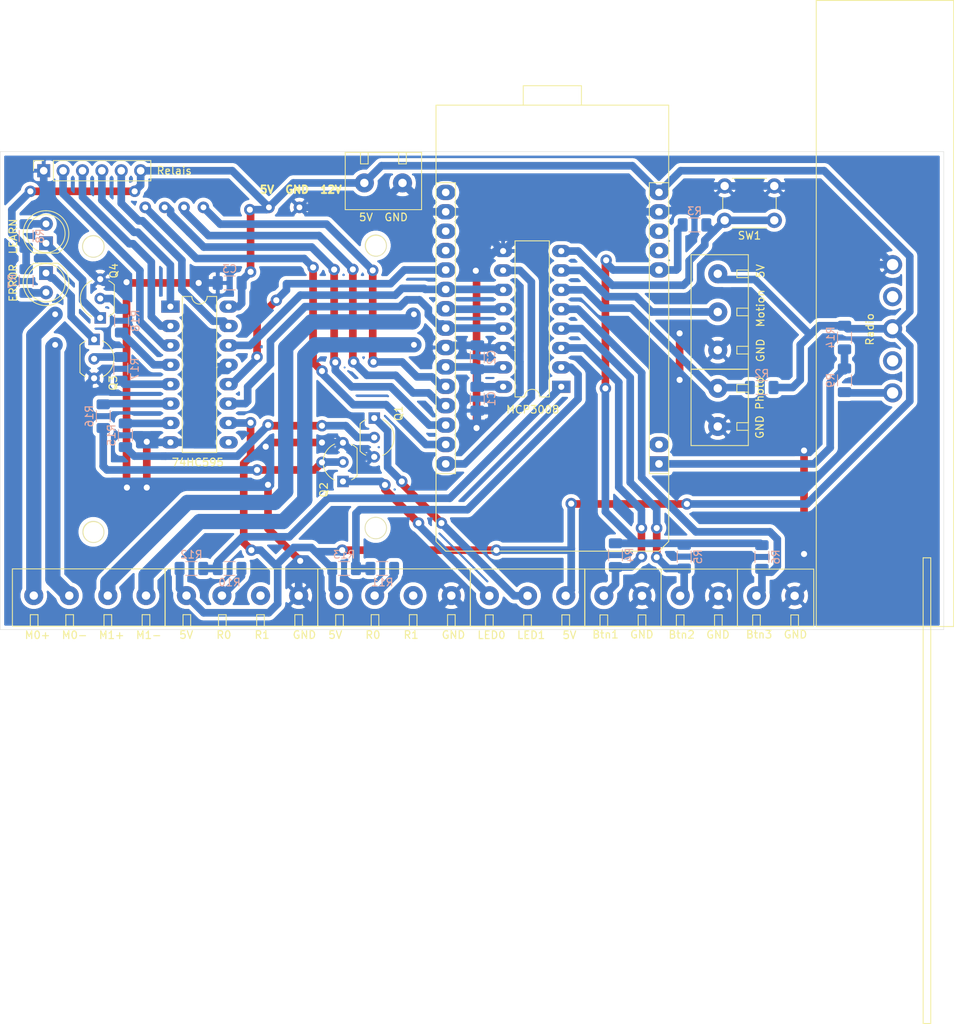
<source format=kicad_pcb>
(kicad_pcb (version 20171130) (host pcbnew 5.1.12-84ad8e8a86~92~ubuntu20.04.1)
  (layers (0 F.Cu signal) (31 B.Cu signal hide) (34 B.Paste user) (35 F.Paste user) (36 B.SilkS user) (37 F.SilkS user) (38 B.Mask user) (39 F.Mask user) (44 Edge.Cuts user))
  (net 0 "")
  (net 1 GND)
  (net 2 +3V3)
  (net 3 +5V)
  (net 4 "Net-(D1-Pad2)")
  (net 5 "Net-(D1-Pad1)")
  (net 6 "Net-(D2-Pad1)")
  (net 7 "Net-(D2-Pad2)")
  (net 8 M0_Speed)
  (net 9 M1_Speed)
  (net 10 Btn1)
  (net 11 Btn2)
  (net 12 Btn3)
  (net 13 Motion)
  (net 14 "Net-(J8-Pad2)")
  (net 15 "Net-(J8-Pad3)")
  (net 16 "Net-(J9-Pad2)")
  (net 17 "Net-(J9-Pad3)")
  (net 18 "Net-(J9-Pad4)")
  (net 19 "Net-(J9-Pad5)")
  (net 20 "Net-(J10-Pad1)")
  (net 21 "Net-(J10-Pad2)")
  (net 22 "Net-(J10-Pad3)")
  (net 23 "Net-(J10-Pad4)")
  (net 24 Radio)
  (net 25 Photo)
  (net 26 Btn0)
  (net 27 SPI_CLK)
  (net 28 MISO)
  (net 29 MOSI)
  (net 30 SPI_3008)
  (net 31 SPI_595)
  (net 32 M0_1)
  (net 33 M1_0)
  (net 34 M0_0)
  (net 35 "Net-(J2-Pad3)")
  (net 36 "Net-(J3-Pad3)")
  (net 37 "Net-(J12-Pad5)")
  (net 38 "Net-(Q1-Pad2)")
  (net 39 "Net-(Q2-Pad2)")
  (net 40 "Net-(Q3-Pad2)")
  (net 41 "Net-(Q4-Pad2)")
  (net 42 "Net-(R15-Pad1)")
  (net 43 "Net-(R16-Pad1)")
  (net 44 "Net-(R17-Pad1)")
  (net 45 "Net-(R18-Pad1)")
  (net 46 M1_1)
  (module myself:H-Bridge (layer F.Cu) (at 190.5 101.5 180)
    (fp_text reference U5 hide)
    (fp_text value H-Bridge)
    (pad 1 thru_hole circle (at -22.5 7 180) (size 1.524 1.524) (drill 0.762) (layers *.Cu *.Mask) (net 20 "Net-(J10-Pad1)"))
    (pad 2 thru_hole circle (at -22.5 11 180) (size 1.524 1.524) (drill 0.762) (layers *.Cu *.Mask) (net 21 "Net-(J10-Pad2)"))
    (pad 4 thru_hole circle (at -7.5 25 180) (size 1.524 1.524) (drill 0.762) (layers *.Cu *.Mask) (net 1 GND))
    (pad 5 thru_hole circle (at -3.5 25 180) (size 1.524 1.524) (drill 0.762) (layers *.Cu *.Mask) (net 3 +5V))
    (pad 6 thru_hole circle (at 5.08 25 180) (size 1.524 1.524) (drill 0.762) (layers *.Cu *.Mask) (net 34 M0_0))
    (pad 7 thru_hole circle (at 7.62 25 180) (size 1.524 1.524) (drill 0.762) (layers *.Cu *.Mask) (net 32 M0_1))
    (pad 8 thru_hole circle (at 10.16 25 180) (size 1.524 1.524) (drill 0.762) (layers *.Cu *.Mask) (net 33 M1_0))
    (pad 9 thru_hole circle (at 12.7 25 180) (size 1.524 1.524) (drill 0.762) (layers *.Cu *.Mask) (net 46 M1_1))
    (pad 10 thru_hole circle (at 24.5 11 180) (size 1.524 1.524) (drill 0.762) (layers *.Cu *.Mask) (net 23 "Net-(J10-Pad4)"))
    (pad 11 thru_hole circle (at 24.5 7 180) (size 1.524 1.524) (drill 0.762) (layers *.Cu *.Mask) (net 22 "Net-(J10-Pad3)"))
  )
  (module Resistor_SMD:R_1206_3216Metric_Pad1.30x1.75mm_HandSolder (layer B.Cu) (at 249.75 78.8 180)
    (fp_text reference R3 (at 0 1.82) (layer B.SilkS) (effects (justify mirror)))
    (fp_text value 12k)
    (pad 1 smd roundrect (at -1.55 0 180) (size 1.3 1.75) (layers B.Cu B.Paste B.Mask) (roundrect_rratio 0.1923069230769231) (net 26 Btn0))
    (pad 2 smd roundrect (at 1.55 0 180) (size 1.3 1.75) (layers B.Cu B.Paste B.Mask) (roundrect_rratio 0.1923069230769231) (net 2 +3V3))
  )
  (module Button_Switch_THT:SW_PUSH_6mm_H4.3mm (layer F.Cu) (at 260.2 78.2 180)
    (fp_text reference SW1 (at 3.25 -2) (layer F.SilkS))
    (fp_text value Btn0)
    (pad 2 thru_hole circle (at 0 4.5 270) (size 2 2) (drill 1.1) (layers *.Cu *.Mask) (net 1 GND))
    (pad 1 thru_hole circle (at 0 0 270) (size 2 2) (drill 1.1) (layers *.Cu *.Mask) (net 26 Btn0))
    (pad 2 thru_hole circle (at 6.5 4.5 270) (size 2 2) (drill 1.1) (layers *.Cu *.Mask) (net 1 GND))
    (pad 1 thru_hole circle (at 6.5 0 270) (size 2 2) (drill 1.1) (layers *.Cu *.Mask) (net 26 Btn0))
  )
  (module "myself:Connector 2xPin" (layer F.Cu) (at 258.8 101.7 270)
    (fp_text reference "GND Photo" (at 1.05 0.5 90) (layer F.SilkS))
    (fp_text value R_PHOTO1)
    (pad 1 thru_hole circle (at -1.5 6 270) (size 2.5 2.5) (drill 1.1) (layers *.Cu *.Mask) (net 25 Photo))
    (pad 2 thru_hole circle (at 3.5 6 270) (size 2.5 2.5) (drill 1.1) (layers *.Cu *.Mask) (net 1 GND))
  )
  (module Capacitor_SMD:C_1206_3216Metric_Pad1.33x1.80mm_HandSolder (layer B.Cu) (at 221.3 101.5625 90)
    (fp_text reference C1 (at 0 1.85 270) (layer B.SilkS) (effects (justify mirror)))
    (fp_text value 1uF)
    (pad 1 smd roundrect (at -1.5625 0 90) (size 1.325 1.8) (layers B.Cu B.Paste B.Mask) (roundrect_rratio 0.1886769811320755) (net 1 GND))
    (pad 2 smd roundrect (at 1.5625 0 90) (size 1.325 1.8) (layers B.Cu B.Paste B.Mask) (roundrect_rratio 0.1886769811320755) (net 2 +3V3))
  )
  (module Capacitor_SMD:C_1206_3216Metric_Pad1.33x1.80mm_HandSolder (layer B.Cu) (at 221.3 96.1375 90)
    (fp_text reference C2 (at 0 1.85 270) (layer B.SilkS) (effects (justify mirror)))
    (fp_text value 1uF)
    (pad 2 smd roundrect (at 1.5625 0 90) (size 1.325 1.8) (layers B.Cu B.Paste B.Mask) (roundrect_rratio 0.1886769811320755) (net 1 GND))
    (pad 1 smd roundrect (at -1.5625 0 90) (size 1.325 1.8) (layers B.Cu B.Paste B.Mask) (roundrect_rratio 0.1886769811320755) (net 2 +3V3))
  )
  (module Capacitor_SMD:C_1206_3216Metric_Pad1.33x1.80mm_HandSolder (layer B.Cu) (at 188.8625 86.4 180)
    (fp_text reference C3 (at 0 1.85) (layer B.SilkS) (effects (justify mirror)))
    (fp_text value 1uF)
    (pad 1 smd roundrect (at -1.5625 0 180) (size 1.325 1.8) (layers B.Cu B.Paste B.Mask) (roundrect_rratio 0.1886769811320755) (net 3 +5V))
    (pad 2 smd roundrect (at 1.5625 0 180) (size 1.325 1.8) (layers B.Cu B.Paste B.Mask) (roundrect_rratio 0.1886769811320755) (net 1 GND))
  )
  (module Connector_PinSocket_2.54mm:PinSocket_1x06_P2.54mm_Vertical (layer F.Cu) (at 164.5 71.7 90)
    (fp_text reference Relais (at 0 17.1 180) (layer F.SilkS))
    (fp_text value Conn_Relais)
    (pad 1 thru_hole rect (at 0 0 90) (size 1.7 1.7) (drill 1) (layers *.Cu *.Mask) (net 1 GND))
    (pad 2 thru_hole oval (at 0 2.54 90) (size 1.7 1.7) (drill 1) (layers *.Cu *.Mask) (net 16 "Net-(J9-Pad2)"))
    (pad 3 thru_hole oval (at 0 5.08 90) (size 1.7 1.7) (drill 1) (layers *.Cu *.Mask) (net 17 "Net-(J9-Pad3)"))
    (pad 4 thru_hole oval (at 0 7.62 90) (size 1.7 1.7) (drill 1) (layers *.Cu *.Mask) (net 18 "Net-(J9-Pad4)"))
    (pad 5 thru_hole oval (at 0 10.16 90) (size 1.7 1.7) (drill 1) (layers *.Cu *.Mask) (net 19 "Net-(J9-Pad5)"))
    (pad 6 thru_hole oval (at 0 12.7 90) (size 1.7 1.7) (drill 1) (layers *.Cu *.Mask) (net 3 +5V))
  )
  (module Resistor_SMD:R_1206_3216Metric_Pad1.30x1.75mm_HandSolder (layer B.Cu) (at 258.55 100.1 180)
    (fp_text reference R2 (at 0 1.82) (layer B.SilkS) (effects (justify mirror)))
    (fp_text value 1k)
    (pad 1 smd roundrect (at -1.55 0 180) (size 1.3 1.75) (layers B.Cu B.Paste B.Mask) (roundrect_rratio 0.1923069230769231) (net 3 +5V))
    (pad 2 smd roundrect (at 1.55 0 180) (size 1.3 1.75) (layers B.Cu B.Paste B.Mask) (roundrect_rratio 0.1923069230769231) (net 25 Photo))
  )
  (module Resistor_SMD:R_1206_3216Metric_Pad1.30x1.75mm_HandSolder (layer B.Cu) (at 239.4 122.05 90)
    (fp_text reference R4 (at 0 1.82 90) (layer B.SilkS) (effects (justify mirror)))
    (fp_text value 12k)
    (pad 2 smd roundrect (at 1.55 0 90) (size 1.3 1.75) (layers B.Cu B.Paste B.Mask) (roundrect_rratio 0.1923069230769231) (net 2 +3V3))
    (pad 1 smd roundrect (at -1.55 0 90) (size 1.3 1.75) (layers B.Cu B.Paste B.Mask) (roundrect_rratio 0.1923069230769231) (net 10 Btn1))
  )
  (module Resistor_SMD:R_1206_3216Metric_Pad1.30x1.75mm_HandSolder (layer B.Cu) (at 248.4 122.25 90)
    (fp_text reference R5 (at 0 1.82 90) (layer B.SilkS) (effects (justify mirror)))
    (fp_text value 12k)
    (pad 1 smd roundrect (at -1.55 0 90) (size 1.3 1.75) (layers B.Cu B.Paste B.Mask) (roundrect_rratio 0.1923069230769231) (net 11 Btn2))
    (pad 2 smd roundrect (at 1.55 0 90) (size 1.3 1.75) (layers B.Cu B.Paste B.Mask) (roundrect_rratio 0.1923069230769231) (net 2 +3V3))
  )
  (module Resistor_SMD:R_1206_3216Metric_Pad1.30x1.75mm_HandSolder (layer B.Cu) (at 258.58 122.29 90)
    (fp_text reference R6 (at 0 1.82 90) (layer B.SilkS) (effects (justify mirror)))
    (fp_text value 12k)
    (pad 2 smd roundrect (at 1.55 0 90) (size 1.3 1.75) (layers B.Cu B.Paste B.Mask) (roundrect_rratio 0.1923069230769231) (net 2 +3V3))
    (pad 1 smd roundrect (at -1.55 0 90) (size 1.3 1.75) (layers B.Cu B.Paste B.Mask) (roundrect_rratio 0.1923069230769231) (net 12 Btn3))
  )
  (module Resistor_SMD:R_1206_3216Metric_Pad1.30x1.75mm_HandSolder (layer B.Cu) (at 162.2 86.15 270)
    (fp_text reference R7 (at 0 1.82 90) (layer B.SilkS) (effects (justify mirror)))
    (fp_text value 100)
    (pad 2 smd roundrect (at 1.55 0 270) (size 1.3 1.75) (layers B.Cu B.Paste B.Mask) (roundrect_rratio 0.1923069230769231) (net 4 "Net-(D1-Pad2)"))
    (pad 1 smd roundrect (at -1.55 0 270) (size 1.3 1.75) (layers B.Cu B.Paste B.Mask) (roundrect_rratio 0.1923069230769231) (net 3 +5V))
  )
  (module Resistor_SMD:R_1206_3216Metric_Pad1.30x1.75mm_HandSolder (layer B.Cu) (at 162.2 80.25 90)
    (fp_text reference R8 (at 0 1.82 90) (layer B.SilkS) (effects (justify mirror)))
    (fp_text value 100)
    (pad 2 smd roundrect (at 1.55 0 90) (size 1.3 1.75) (layers B.Cu B.Paste B.Mask) (roundrect_rratio 0.1923069230769231) (net 7 "Net-(D2-Pad2)"))
    (pad 1 smd roundrect (at -1.55 0 90) (size 1.3 1.75) (layers B.Cu B.Paste B.Mask) (roundrect_rratio 0.1923069230769231) (net 3 +5V))
  )
  (module Resistor_SMD:R_1206_3216Metric_Pad1.30x1.75mm_HandSolder (layer B.Cu) (at 269.4 99.15 270)
    (fp_text reference R9 (at 0 1.82 270) (layer B.SilkS) (effects (justify mirror)))
    (fp_text value 12k)
    (pad 1 smd roundrect (at -1.55 0 270) (size 1.3 1.75) (layers B.Cu B.Paste B.Mask) (roundrect_rratio 0.1923069230769231) (net 24 Radio))
    (pad 2 smd roundrect (at 1.55 0 270) (size 1.3 1.75) (layers B.Cu B.Paste B.Mask) (roundrect_rratio 0.1923069230769231) (net 37 "Net-(J12-Pad5)"))
  )
  (module Package_DIP:DIP-16_W7.62mm_LongPads (layer F.Cu) (at 232.3 100 180)
    (fp_text reference MCP3008 (at 3.74 -2.99) (layer F.SilkS))
    (fp_text value MCP3008)
    (pad 16 thru_hole oval (at 7.62 0 180) (size 2.4 1.6) (drill 0.8) (layers *.Cu *.Mask) (net 2 +3V3))
    (pad 8 thru_hole oval (at 0 17.78 180) (size 2.4 1.6) (drill 0.8) (layers *.Cu *.Mask) (net 26 Btn0))
    (pad 15 thru_hole oval (at 7.62 2.54 180) (size 2.4 1.6) (drill 0.8) (layers *.Cu *.Mask) (net 2 +3V3))
    (pad 7 thru_hole oval (at 0 15.24 180) (size 2.4 1.6) (drill 0.8) (layers *.Cu *.Mask) (net 13 Motion))
    (pad 14 thru_hole oval (at 7.62 5.08 180) (size 2.4 1.6) (drill 0.8) (layers *.Cu *.Mask) (net 1 GND))
    (pad 6 thru_hole oval (at 0 12.7 180) (size 2.4 1.6) (drill 0.8) (layers *.Cu *.Mask) (net 25 Photo))
    (pad 13 thru_hole oval (at 7.62 7.62 180) (size 2.4 1.6) (drill 0.8) (layers *.Cu *.Mask) (net 27 SPI_CLK))
    (pad 5 thru_hole oval (at 0 10.16 180) (size 2.4 1.6) (drill 0.8) (layers *.Cu *.Mask) (net 12 Btn3))
    (pad 12 thru_hole oval (at 7.62 10.16 180) (size 2.4 1.6) (drill 0.8) (layers *.Cu *.Mask) (net 28 MISO))
    (pad 4 thru_hole oval (at 0 7.62 180) (size 2.4 1.6) (drill 0.8) (layers *.Cu *.Mask) (net 11 Btn2))
    (pad 11 thru_hole oval (at 7.62 12.7 180) (size 2.4 1.6) (drill 0.8) (layers *.Cu *.Mask) (net 29 MOSI))
    (pad 3 thru_hole oval (at 0 5.08 180) (size 2.4 1.6) (drill 0.8) (layers *.Cu *.Mask) (net 10 Btn1))
    (pad 10 thru_hole oval (at 7.62 15.24 180) (size 2.4 1.6) (drill 0.8) (layers *.Cu *.Mask) (net 30 SPI_3008))
    (pad 2 thru_hole oval (at 0 2.54 180) (size 2.4 1.6) (drill 0.8) (layers *.Cu *.Mask) (net 9 M1_Speed))
    (pad 9 thru_hole oval (at 7.62 17.78 180) (size 2.4 1.6) (drill 0.8) (layers *.Cu *.Mask) (net 1 GND))
    (pad 1 thru_hole rect (at 0 0 180) (size 2.4 1.6) (drill 0.8) (layers *.Cu *.Mask) (net 8 M0_Speed))
  )
  (module myself:node_MCU_ESP8266_weniger_pins_longpad (layer F.Cu) (at 245.1 110.1 180)
    (fp_text reference U2 hide)
    (fp_text value NodeMCU_Amica_R2_weniger_pins)
    (pad 1 thru_hole rect (at 0 0 180) (size 2.54 2) (drill 1) (layers *.Cu *.Mask) (net 24 Radio))
    (pad 17 thru_hole oval (at 27.94 33.02 180) (size 2.54 2) (drill 1) (layers *.Cu *.Mask) (net 1 GND))
    (pad 2 thru_hole oval (at 0 2.54 180) (size 2.54 2) (drill 1) (layers *.Cu *.Mask))
    (pad 18 thru_hole oval (at 27.94 30.48 180) (size 2.54 2) (drill 1) (layers *.Cu *.Mask))
    (pad 19 thru_hole oval (at 27.94 27.94 180) (size 2.54 2) (drill 1) (layers *.Cu *.Mask))
    (pad 20 thru_hole oval (at 27.94 25.4 180) (size 2.54 2) (drill 1) (layers *.Cu *.Mask) (net 31 SPI_595))
    (pad 21 thru_hole oval (at 27.94 22.86 180) (size 2.54 2) (drill 1) (layers *.Cu *.Mask) (net 29 MOSI))
    (pad 22 thru_hole oval (at 27.94 20.32 180) (size 2.54 2) (drill 1) (layers *.Cu *.Mask) (net 28 MISO))
    (pad 23 thru_hole oval (at 27.94 17.78 180) (size 2.54 2) (drill 1) (layers *.Cu *.Mask) (net 27 SPI_CLK))
    (pad 24 thru_hole oval (at 27.94 15.24 180) (size 2.54 2) (drill 1) (layers *.Cu *.Mask) (net 1 GND))
    (pad 25 thru_hole oval (at 27.94 12.7 180) (size 2.54 2) (drill 1) (layers *.Cu *.Mask) (net 2 +3V3))
    (pad 26 thru_hole oval (at 27.94 10.16 180) (size 2.54 2) (drill 1) (layers *.Cu *.Mask) (net 34 M0_0))
    (pad 11 thru_hole oval (at 0 25.4 180) (size 2.54 2) (drill 1) (layers *.Cu *.Mask) (net 2 +3V3))
    (pad 27 thru_hole oval (at 27.94 7.62 180) (size 2.54 2) (drill 1) (layers *.Cu *.Mask) (net 32 M0_1))
    (pad 12 thru_hole oval (at 0 27.94 180) (size 2.54 2) (drill 1) (layers *.Cu *.Mask))
    (pad 28 thru_hole oval (at 27.94 5.08 180) (size 2.54 2) (drill 1) (layers *.Cu *.Mask) (net 33 M1_0))
    (pad 13 thru_hole oval (at 0 30.48 180) (size 2.54 2) (drill 1) (layers *.Cu *.Mask))
    (pad 29 thru_hole oval (at 27.94 2.54 180) (size 2.54 2) (drill 1) (layers *.Cu *.Mask) (net 46 M1_1))
    (pad 14 thru_hole oval (at 0 33.02 180) (size 2.54 2) (drill 1) (layers *.Cu *.Mask) (net 1 GND))
    (pad 30 thru_hole oval (at 27.94 0 180) (size 2.54 2) (drill 1) (layers *.Cu *.Mask) (net 30 SPI_3008))
    (pad 15 thru_hole oval (at 0 35.56 180) (size 2.54 2) (drill 1) (layers *.Cu *.Mask) (net 3 +5V))
    (pad 16 thru_hole oval (at 27.94 35.56 180) (size 2.54 2) (drill 1) (layers *.Cu *.Mask))
  )
  (module Package_DIP:DIP-16_W7.62mm_LongPads (layer F.Cu) (at 181.1 89.5)
    (fp_text reference 74HC595 (at 3.58 20.4) (layer F.SilkS))
    (fp_text value 74HC595)
    (pad 1 thru_hole rect (at 0 0) (size 2.4 1.6) (drill 0.8) (layers *.Cu *.Mask) (net 18 "Net-(J9-Pad4)"))
    (pad 9 thru_hole oval (at 7.62 17.78) (size 2.4 1.6) (drill 0.8) (layers *.Cu *.Mask))
    (pad 2 thru_hole oval (at 0 2.54) (size 2.4 1.6) (drill 0.8) (layers *.Cu *.Mask) (net 17 "Net-(J9-Pad3)"))
    (pad 10 thru_hole oval (at 7.62 15.24) (size 2.4 1.6) (drill 0.8) (layers *.Cu *.Mask) (net 3 +5V))
    (pad 3 thru_hole oval (at 0 5.08) (size 2.4 1.6) (drill 0.8) (layers *.Cu *.Mask) (net 16 "Net-(J9-Pad2)"))
    (pad 11 thru_hole oval (at 7.62 12.7) (size 2.4 1.6) (drill 0.8) (layers *.Cu *.Mask) (net 27 SPI_CLK))
    (pad 4 thru_hole oval (at 0 7.62) (size 2.4 1.6) (drill 0.8) (layers *.Cu *.Mask) (net 45 "Net-(R18-Pad1)"))
    (pad 12 thru_hole oval (at 7.62 10.16) (size 2.4 1.6) (drill 0.8) (layers *.Cu *.Mask) (net 31 SPI_595))
    (pad 5 thru_hole oval (at 0 10.16) (size 2.4 1.6) (drill 0.8) (layers *.Cu *.Mask) (net 44 "Net-(R17-Pad1)"))
    (pad 13 thru_hole oval (at 7.62 7.62) (size 2.4 1.6) (drill 0.8) (layers *.Cu *.Mask) (net 1 GND))
    (pad 6 thru_hole oval (at 0 12.7) (size 2.4 1.6) (drill 0.8) (layers *.Cu *.Mask) (net 43 "Net-(R16-Pad1)"))
    (pad 14 thru_hole oval (at 7.62 5.08) (size 2.4 1.6) (drill 0.8) (layers *.Cu *.Mask) (net 29 MOSI))
    (pad 7 thru_hole oval (at 0 15.24) (size 2.4 1.6) (drill 0.8) (layers *.Cu *.Mask) (net 42 "Net-(R15-Pad1)"))
    (pad 15 thru_hole oval (at 7.62 2.54) (size 2.4 1.6) (drill 0.8) (layers *.Cu *.Mask) (net 19 "Net-(J9-Pad5)"))
    (pad 8 thru_hole oval (at 0 17.78) (size 2.4 1.6) (drill 0.8) (layers *.Cu *.Mask) (net 1 GND))
    (pad 16 thru_hole oval (at 7.62 0) (size 2.4 1.6) (drill 0.8) (layers *.Cu *.Mask) (net 3 +5V))
  )
  (module myself:Radio-Transmitter (layer F.Cu) (at 274.7 92.4 270)
    (fp_text reference Radio (at 0.075 1.975 90) (layer F.SilkS))
    (fp_text value Conn_Radio)
    (pad 1 thru_hole circle (at -8.4 -1 270) (size 2.5 2.5) (drill 1.5) (layers *.Cu *.Mask) (net 1 GND))
    (pad 2 thru_hole circle (at -4.2 -1 270) (size 2.5 2.5) (drill 1.5) (layers *.Cu *.Mask))
    (pad 3 thru_hole circle (at 0 -1 270) (size 2.5 2.5) (drill 1.5) (layers *.Cu *.Mask) (net 3 +5V))
    (pad 4 thru_hole circle (at 4.2 -1 270) (size 2.5 2.5) (drill 1.5) (layers *.Cu *.Mask))
    (pad 5 thru_hole circle (at 8.4 -1 270) (size 2.5 2.5) (drill 1.5) (layers *.Cu *.Mask) (net 37 "Net-(J12-Pad5)"))
  )
  (module Resistor_SMD:R_1206_3216Metric_Pad1.30x1.75mm_HandSolder (layer B.Cu) (at 188.85 123.8)
    (fp_text reference R10 (at 0 1.82) (layer B.SilkS) (effects (justify mirror)))
    (fp_text value 12k)
    (pad 2 smd roundrect (at 1.55 0) (size 1.3 1.75) (layers B.Cu B.Paste B.Mask) (roundrect_rratio 0.1923069230769231) (net 35 "Net-(J2-Pad3)"))
    (pad 1 smd roundrect (at -1.55 0) (size 1.3 1.75) (layers B.Cu B.Paste B.Mask) (roundrect_rratio 0.1923069230769231) (net 8 M0_Speed))
  )
  (module Resistor_SMD:R_1206_3216Metric_Pad1.30x1.75mm_HandSolder (layer B.Cu) (at 208.85 123.8)
    (fp_text reference R11 (at 0 1.82) (layer B.SilkS) (effects (justify mirror)))
    (fp_text value 12k)
    (pad 1 smd roundrect (at -1.55 0) (size 1.3 1.75) (layers B.Cu B.Paste B.Mask) (roundrect_rratio 0.1923069230769231) (net 9 M1_Speed))
    (pad 2 smd roundrect (at 1.55 0) (size 1.3 1.75) (layers B.Cu B.Paste B.Mask) (roundrect_rratio 0.1923069230769231) (net 36 "Net-(J3-Pad3)"))
  )
  (module Resistor_SMD:R_1206_3216Metric_Pad1.30x1.75mm_HandSolder (layer B.Cu) (at 183.85 123.8 180)
    (fp_text reference R12 (at 0 1.82) (layer B.SilkS) (effects (justify mirror)))
    (fp_text value 12k)
    (pad 1 smd roundrect (at -1.55 0 180) (size 1.3 1.75) (layers B.Cu B.Paste B.Mask) (roundrect_rratio 0.1923069230769231) (net 8 M0_Speed))
    (pad 2 smd roundrect (at 1.55 0 180) (size 1.3 1.75) (layers B.Cu B.Paste B.Mask) (roundrect_rratio 0.1923069230769231) (net 3 +5V))
  )
  (module Resistor_SMD:R_1206_3216Metric_Pad1.30x1.75mm_HandSolder (layer B.Cu) (at 203.85 123.8 180)
    (fp_text reference R13 (at 0 1.82) (layer B.SilkS) (effects (justify mirror)))
    (fp_text value 12k)
    (pad 2 smd roundrect (at 1.55 0 180) (size 1.3 1.75) (layers B.Cu B.Paste B.Mask) (roundrect_rratio 0.1923069230769231) (net 3 +5V))
    (pad 1 smd roundrect (at -1.55 0 180) (size 1.3 1.75) (layers B.Cu B.Paste B.Mask) (roundrect_rratio 0.1923069230769231) (net 9 M1_Speed))
  )
  (module Resistor_SMD:R_1206_3216Metric_Pad1.30x1.75mm_HandSolder (layer B.Cu) (at 269.4 93.55 270)
    (fp_text reference R14 (at 0 1.82 270) (layer B.SilkS) (effects (justify mirror)))
    (fp_text value 12k)
    (pad 2 smd roundrect (at 1.55 0 270) (size 1.3 1.75) (layers B.Cu B.Paste B.Mask) (roundrect_rratio 0.1923069230769231) (net 24 Radio))
    (pad 1 smd roundrect (at -1.55 0 270) (size 1.3 1.75) (layers B.Cu B.Paste B.Mask) (roundrect_rratio 0.1923069230769231) (net 3 +5V))
  )
  (module Resistor_SMD:R_1206_3216Metric_Pad1.30x1.75mm_HandSolder (layer B.Cu) (at 175.2 106.35 270)
    (fp_text reference R15 (at 0 1.82 270) (layer B.SilkS) (effects (justify mirror)))
    (fp_text value 2k2)
    (pad 1 smd roundrect (at -1.55 0 270) (size 1.3 1.75) (layers B.Cu B.Paste B.Mask) (roundrect_rratio 0.1923069230769231) (net 42 "Net-(R15-Pad1)"))
    (pad 2 smd roundrect (at 1.55 0 270) (size 1.3 1.75) (layers B.Cu B.Paste B.Mask) (roundrect_rratio 0.1923069230769231) (net 38 "Net-(Q1-Pad2)"))
  )
  (module Resistor_SMD:R_1206_3216Metric_Pad1.30x1.75mm_HandSolder (layer B.Cu) (at 172.3 103.85 270)
    (fp_text reference R16 (at 0 1.82 270) (layer B.SilkS) (effects (justify mirror)))
    (fp_text value 2k2)
    (pad 2 smd roundrect (at 1.55 0 270) (size 1.3 1.75) (layers B.Cu B.Paste B.Mask) (roundrect_rratio 0.1923069230769231) (net 39 "Net-(Q2-Pad2)"))
    (pad 1 smd roundrect (at -1.55 0 270) (size 1.3 1.75) (layers B.Cu B.Paste B.Mask) (roundrect_rratio 0.1923069230769231) (net 43 "Net-(R16-Pad1)"))
  )
  (module Resistor_SMD:R_1206_3216Metric_Pad1.30x1.75mm_HandSolder (layer B.Cu) (at 174.6 97.65 90)
    (fp_text reference R17 (at 0 1.82 270) (layer B.SilkS) (effects (justify mirror)))
    (fp_text value 2k2)
    (pad 1 smd roundrect (at -1.55 0 90) (size 1.3 1.75) (layers B.Cu B.Paste B.Mask) (roundrect_rratio 0.1923069230769231) (net 44 "Net-(R17-Pad1)"))
    (pad 2 smd roundrect (at 1.55 0 90) (size 1.3 1.75) (layers B.Cu B.Paste B.Mask) (roundrect_rratio 0.1923069230769231) (net 40 "Net-(Q3-Pad2)"))
  )
  (module Resistor_SMD:R_1206_3216Metric_Pad1.30x1.75mm_HandSolder (layer B.Cu) (at 174.7 91.35 90)
    (fp_text reference R18 (at 0 1.82 270) (layer B.SilkS) (effects (justify mirror)))
    (fp_text value 2k2)
    (pad 1 smd roundrect (at -1.55 0 90) (size 1.3 1.75) (layers B.Cu B.Paste B.Mask) (roundrect_rratio 0.1923069230769231) (net 45 "Net-(R18-Pad1)"))
    (pad 2 smd roundrect (at 1.55 0 90) (size 1.3 1.75) (layers B.Cu B.Paste B.Mask) (roundrect_rratio 0.1923069230769231) (net 41 "Net-(Q4-Pad2)"))
  )
  (module LED_THT:LED_D5.0mm (layer F.Cu) (at 164.8 85.1 270)
    (fp_text reference ERROR (at 1.3 4.3 90) (layer F.SilkS))
    (fp_text value LED_Status0)
    (pad 2 thru_hole circle (at 2.54 0 270) (size 1.8 1.8) (drill 0.9) (layers *.Cu *.Mask) (net 4 "Net-(D1-Pad2)"))
    (pad 1 thru_hole rect (at 0 0 270) (size 1.8 1.8) (drill 0.9) (layers *.Cu *.Mask) (net 5 "Net-(D1-Pad1)"))
  )
  (module LED_THT:LED_D5.0mm (layer F.Cu) (at 164.8 81.2 90)
    (fp_text reference LEARN (at 0.9 -4.3 90) (layer F.SilkS))
    (fp_text value LED_Status1)
    (pad 1 thru_hole rect (at 0 0 90) (size 1.8 1.8) (drill 0.9) (layers *.Cu *.Mask) (net 6 "Net-(D2-Pad1)"))
    (pad 2 thru_hole circle (at 2.54 0 90) (size 1.8 1.8) (drill 0.9) (layers *.Cu *.Mask) (net 7 "Net-(D2-Pad2)"))
  )
  (module Package_TO_SOT_THT:TO-92_Inline_Wide (layer F.Cu) (at 207.8 104.1 270)
    (fp_text reference Q1 (at -0.625 -3.2 90) (layer F.SilkS))
    (fp_text value BC547)
    (pad 2 thru_hole circle (at 2.54 0 270) (size 1.5 1.5) (drill 0.8) (layers *.Cu *.Mask) (net 38 "Net-(Q1-Pad2)"))
    (pad 3 thru_hole circle (at 5.08 0 270) (size 1.5 1.5) (drill 0.8) (layers *.Cu *.Mask) (net 1 GND))
    (pad 1 thru_hole rect (at 0 0 270) (size 1.5 1.5) (drill 0.8) (layers *.Cu *.Mask) (net 14 "Net-(J8-Pad2)"))
  )
  (module Package_TO_SOT_THT:TO-92_Inline_Wide (layer F.Cu) (at 203.7 112.4 90)
    (fp_text reference Q2 (at -1.1 -2.5 90) (layer F.SilkS))
    (fp_text value BC547)
    (pad 1 thru_hole rect (at 0 0 90) (size 1.5 1.5) (drill 0.8) (layers *.Cu *.Mask) (net 15 "Net-(J8-Pad3)"))
    (pad 3 thru_hole circle (at 5.08 0 90) (size 1.5 1.5) (drill 0.8) (layers *.Cu *.Mask) (net 1 GND))
    (pad 2 thru_hole circle (at 2.54 0 90) (size 1.5 1.5) (drill 0.8) (layers *.Cu *.Mask) (net 39 "Net-(Q2-Pad2)"))
  )
  (module Package_TO_SOT_THT:TO-92_Inline_Wide (layer F.Cu) (at 171.1 93.8 270)
    (fp_text reference Q3 (at 5.7 -2.5 90) (layer F.SilkS))
    (fp_text value BC547)
    (pad 2 thru_hole circle (at 2.54 0 270) (size 1.5 1.5) (drill 0.8) (layers *.Cu *.Mask) (net 40 "Net-(Q3-Pad2)"))
    (pad 3 thru_hole circle (at 5.08 0 270) (size 1.5 1.5) (drill 0.8) (layers *.Cu *.Mask) (net 1 GND))
    (pad 1 thru_hole rect (at 0 0 270) (size 1.5 1.5) (drill 0.8) (layers *.Cu *.Mask) (net 5 "Net-(D1-Pad1)"))
  )
  (module Package_TO_SOT_THT:TO-92_Inline_Wide (layer F.Cu) (at 171.9 90.98 90)
    (fp_text reference Q4 (at 6.18 1.8 90) (layer F.SilkS))
    (fp_text value BC547)
    (pad 1 thru_hole rect (at 0 0 90) (size 1.5 1.5) (drill 0.8) (layers *.Cu *.Mask) (net 6 "Net-(D2-Pad1)"))
    (pad 3 thru_hole circle (at 5.08 0 90) (size 1.5 1.5) (drill 0.8) (layers *.Cu *.Mask) (net 1 GND))
    (pad 2 thru_hole circle (at 2.54 0 90) (size 1.5 1.5) (drill 0.8) (layers *.Cu *.Mask) (net 41 "Net-(Q4-Pad2)"))
  )
  (module myself:Connector_4xPin (layer F.Cu) (at 200.4 123.8 180)
    (fp_text reference "5V    R0    R1    GND " (at 8.8 -8.7) (layer F.SilkS))
    (fp_text value Conn_M0_GPIO)
    (pad 4 thru_hole circle (at 17.2 -3.55 180) (size 2.5 2.5) (drill 1.1) (layers *.Cu *.Mask) (net 3 +5V))
    (pad 3 thru_hole circle (at 12.55 -3.55 180) (size 2.5 2.5) (drill 1.1) (layers *.Cu *.Mask) (net 35 "Net-(J2-Pad3)"))
    (pad 2 thru_hole circle (at 7.5 -3.55 180) (size 2.5 2.5) (drill 1.1) (layers *.Cu *.Mask))
    (pad 1 thru_hole circle (at 2.5 -3.55 180) (size 2.5 2.5) (drill 1.1) (layers *.Cu *.Mask) (net 1 GND))
  )
  (module myself:Connector_4xPin (layer F.Cu) (at 220.4 123.8 180)
    (fp_text reference "5V    R0    R1    GND " (at 9.275 -8.7) (layer F.SilkS))
    (fp_text value Conn_M1_GPIO)
    (pad 1 thru_hole circle (at 2.5 -3.55 180) (size 2.5 2.5) (drill 1.1) (layers *.Cu *.Mask) (net 1 GND))
    (pad 2 thru_hole circle (at 7.5 -3.55 180) (size 2.5 2.5) (drill 1.1) (layers *.Cu *.Mask))
    (pad 3 thru_hole circle (at 12.55 -3.55 180) (size 2.5 2.5) (drill 1.1) (layers *.Cu *.Mask) (net 36 "Net-(J3-Pad3)"))
    (pad 4 thru_hole circle (at 17.2 -3.55 180) (size 2.5 2.5) (drill 1.1) (layers *.Cu *.Mask) (net 3 +5V))
  )
  (module "myself:Connector 2xPin" (layer F.Cu) (at 241.375 133.375 180)
    (fp_text reference "Btn1  GND" (at 1 0.925) (layer F.SilkS))
    (fp_text value Conn_Btn1)
    (pad 2 thru_hole circle (at 3.5 6 180) (size 2.5 2.5) (drill 1.1) (layers *.Cu *.Mask) (net 10 Btn1))
    (pad 1 thru_hole circle (at -1.5 6 180) (size 2.5 2.5) (drill 1.1) (layers *.Cu *.Mask) (net 1 GND))
  )
  (module "myself:Connector 2xPin" (layer F.Cu) (at 251.375 133.375 180)
    (fp_text reference "Btn2  GND" (at 1.025 0.9) (layer F.SilkS))
    (fp_text value Conn_Btn2)
    (pad 1 thru_hole circle (at -1.5 6 180) (size 2.5 2.5) (drill 1.1) (layers *.Cu *.Mask) (net 1 GND))
    (pad 2 thru_hole circle (at 3.5 6 180) (size 2.5 2.5) (drill 1.1) (layers *.Cu *.Mask) (net 11 Btn2))
  )
  (module "myself:Connector 2xPin" (layer F.Cu) (at 261.37 133.38 180)
    (fp_text reference "Btn3  GND" (at 0.87 0.93) (layer F.SilkS))
    (fp_text value Conn_Btn3)
    (pad 2 thru_hole circle (at 3.5 6 180) (size 2.5 2.5) (drill 1.1) (layers *.Cu *.Mask) (net 12 Btn3))
    (pad 1 thru_hole circle (at -1.5 6 180) (size 2.5 2.5) (drill 1.1) (layers *.Cu *.Mask) (net 1 GND))
  )
  (module "myself:Connector 3xPin" (layer F.Cu) (at 258.8 86.7 270)
    (fp_text reference "GND  Motion  5V" (at 3.65 0.4 90) (layer F.SilkS))
    (fp_text value Conn_Motion)
    (pad 1 thru_hole circle (at -1.5 6 270) (size 2.5 2.5) (drill 1.1) (layers *.Cu *.Mask) (net 3 +5V))
    (pad 2 thru_hole circle (at 3.5 6 270) (size 2.5 2.5) (drill 1.1) (layers *.Cu *.Mask) (net 13 Motion))
    (pad 3 thru_hole circle (at 8.5 6 270) (size 2.5 2.5) (drill 1.1) (layers *.Cu *.Mask) (net 1 GND))
  )
  (module "myself:Connector 3xPin" (layer F.Cu) (at 231.38 133.37 180)
    (fp_text reference "LED0  LED1   5V" (at 3.58 0.845) (layer F.SilkS))
    (fp_text value Conn_Warn_LED)
    (pad 3 thru_hole circle (at 8.5 6 180) (size 2.5 2.5) (drill 1.1) (layers *.Cu *.Mask) (net 15 "Net-(J8-Pad3)"))
    (pad 2 thru_hole circle (at 3.5 6 180) (size 2.5 2.5) (drill 1.1) (layers *.Cu *.Mask) (net 14 "Net-(J8-Pad2)"))
    (pad 1 thru_hole circle (at -1.5 6 180) (size 2.5 2.5) (drill 1.1) (layers *.Cu *.Mask) (net 3 +5V))
  )
  (module myself:Connector_4xPin (layer F.Cu) (at 180.4 123.8 180)
    (fp_text reference "M0+  M0-  M1+  M1-" (at 9.425 -8.725) (layer F.SilkS))
    (fp_text value Conn_Motor)
    (pad 1 thru_hole circle (at 2.5 -3.55 180) (size 2.5 2.5) (drill 1.1) (layers *.Cu *.Mask) (net 20 "Net-(J10-Pad1)"))
    (pad 2 thru_hole circle (at 7.5 -3.55 180) (size 2.5 2.5) (drill 1.1) (layers *.Cu *.Mask) (net 21 "Net-(J10-Pad2)"))
    (pad 3 thru_hole circle (at 12.55 -3.55 180) (size 2.5 2.5) (drill 1.1) (layers *.Cu *.Mask) (net 22 "Net-(J10-Pad3)"))
    (pad 4 thru_hole circle (at 17.2 -3.55 180) (size 2.5 2.5) (drill 1.1) (layers *.Cu *.Mask) (net 23 "Net-(J10-Pad4)"))
  )
  (module "myself:Connector 2xPin" (layer F.Cu) (at 208 67.3)
    (fp_text reference "5V  GND" (at 1 10.5) (layer F.SilkS))
    (fp_text value Conn_Voltage5_Input)
    (pad 1 thru_hole circle (at -1.5 6) (size 2.5 2.5) (drill 1.1) (layers *.Cu *.Mask) (net 3 +5V))
    (pad 2 thru_hole circle (at 3.5 6) (size 2.5 2.5) (drill 1.1) (layers *.Cu *.Mask) (net 1 GND))
  )
  (gr_circle (center 208 118.5) (end 209.25 119.15) (layer F.SilkS) (width 0.12))
  (gr_circle (center 171.025 119.025) (end 172.2 119.725) (layer F.SilkS) (width 0.12))
  (gr_circle (center 171 81.625) (end 172.375 81.925) (layer F.SilkS) (width 0.12))
  (gr_circle (center 208.025 81.525) (end 209.3 82.025) (layer F.SilkS) (width 0.12))
  (gr_text "5V  GND  12V" (at 198.175 74.175) (layer F.SilkS) (effects (font (size 1 1) (thickness 0.25))))
  (gr_circle (center 208 81.5) (end 209.1 82.4) (layer Edge.Cuts) (width 0.05))
  (gr_circle (center 171 81.6) (end 172.2 82.4) (layer Edge.Cuts) (width 0.05))
  (gr_circle (center 208 118.5) (end 209.4 118.7) (layer Edge.Cuts) (width 0.05))
  (gr_circle (center 171 119) (end 172 118) (layer Edge.Cuts) (width 0.05))
  (gr_line (start 282.4 69.2) (end 282.4 131.8) (layer Edge.Cuts) (width 0.05))
  (gr_line (start 158.8 69.2) (end 282.4 69.2) (layer Edge.Cuts) (width 0.05))
  (gr_line (start 158.8 131.8) (end 158.8 69.2) (layer Edge.Cuts) (width 0.05))
  (gr_line (start 282.4 131.8) (end 158.8 131.8) (layer Edge.Cuts) (width 0.05))
  (segment (start 200.150001 129.600001) (end 215.649999 129.600001) (width 1) (layer B.Cu) (net 1))
  (segment (start 215.649999 129.600001) (end 217.9 127.35) (width 1) (layer B.Cu) (net 1))
  (segment (start 197.9 127.35) (end 200.150001 129.600001) (width 1) (layer B.Cu) (net 1))
  (segment (start 240.624999 129.625001) (end 242.875 127.375) (width 1) (layer B.Cu) (net 1))
  (segment (start 220.175001 129.625001) (end 240.624999 129.625001) (width 1) (layer B.Cu) (net 1))
  (segment (start 217.9 127.35) (end 220.175001 129.625001) (width 1) (layer B.Cu) (net 1))
  (segment (start 250.624999 129.625001) (end 252.875 127.375) (width 1) (layer B.Cu) (net 1))
  (segment (start 245.125001 129.625001) (end 250.624999 129.625001) (width 1) (layer B.Cu) (net 1))
  (segment (start 242.875 127.375) (end 245.125001 129.625001) (width 1) (layer B.Cu) (net 1))
  (segment (start 260.619999 129.630001) (end 262.87 127.38) (width 1) (layer B.Cu) (net 1))
  (segment (start 255.130001 129.630001) (end 260.619999 129.630001) (width 1) (layer B.Cu) (net 1))
  (segment (start 252.875 127.375) (end 255.130001 129.630001) (width 1) (layer B.Cu) (net 1))
  (segment (start 225.085598 94.92) (end 224.68 94.92) (width 1) (layer B.Cu) (net 1))
  (segment (start 226.88001 96.714412) (end 225.085598 94.92) (width 1) (layer B.Cu) (net 1))
  (segment (start 226.88001 100.745588) (end 226.88001 96.714412) (width 1) (layer B.Cu) (net 1))
  (segment (start 224.500598 103.125) (end 226.88001 100.745588) (width 1) (layer B.Cu) (net 1))
  (segment (start 221.3 103.125) (end 224.500598 103.125) (width 1) (layer B.Cu) (net 1))
  (segment (start 221.645 94.92) (end 221.3 94.575) (width 1) (layer B.Cu) (net 1))
  (segment (start 224.68 94.92) (end 221.645 94.92) (width 1) (layer B.Cu) (net 1))
  (segment (start 217.445 94.575) (end 217.16 94.86) (width 1) (layer B.Cu) (net 1))
  (segment (start 221.3 94.575) (end 217.445 94.575) (width 1) (layer B.Cu) (net 1))
  (segment (start 219.54 77.08) (end 224.68 82.22) (width 1) (layer B.Cu) (net 1))
  (segment (start 217.16 77.08) (end 219.54 77.08) (width 1) (layer B.Cu) (net 1))
  (segment (start 229.82 77.08) (end 224.68 82.22) (width 1) (layer B.Cu) (net 1))
  (segment (start 245.1 77.08) (end 229.82 77.08) (width 1) (layer B.Cu) (net 1))
  (segment (start 253.7 73.7) (end 260.2 73.7) (width 1) (layer B.Cu) (net 1))
  (segment (start 265.4 73.7) (end 275.7 84) (width 1) (layer B.Cu) (net 1))
  (segment (start 260.2 73.7) (end 265.4 73.7) (width 1) (layer B.Cu) (net 1))
  (segment (start 215.28 77.08) (end 217.16 77.08) (width 1) (layer B.Cu) (net 1))
  (segment (start 211.5 73.3) (end 215.28 77.08) (width 1) (layer B.Cu) (net 1))
  (segment (start 208.3 76.5) (end 211.5 73.3) (width 1) (layer B.Cu) (net 1))
  (segment (start 198 76.5) (end 208.3 76.5) (width 1) (layer B.Cu) (net 1))
  (segment (start 260.6 84) (end 275.7 84) (width 1) (layer B.Cu) (net 1))
  (segment (start 259.549999 82.949999) (end 260.6 84) (width 1) (layer B.Cu) (net 1))
  (segment (start 251.719999 82.949999) (end 259.549999 82.949999) (width 1) (layer B.Cu) (net 1))
  (segment (start 250.549999 84.119999) (end 251.719999 82.949999) (width 1) (layer B.Cu) (net 1))
  (segment (start 250.549999 86.280001) (end 250.549999 84.119999) (width 1) (layer B.Cu) (net 1))
  (segment (start 251.719999 87.450001) (end 250.549999 86.280001) (width 1) (layer B.Cu) (net 1))
  (segment (start 253.350001 87.450001) (end 251.719999 87.450001) (width 1) (layer B.Cu) (net 1))
  (segment (start 255.050001 89.150001) (end 253.350001 87.450001) (width 1) (layer B.Cu) (net 1))
  (segment (start 255.050001 92.949999) (end 255.050001 89.150001) (width 1) (layer B.Cu) (net 1))
  (segment (start 252.8 95.2) (end 255.050001 92.949999) (width 1) (layer B.Cu) (net 1))
  (segment (start 252.8 105.2) (end 247.8 100.2) (width 1) (layer B.Cu) (net 1))
  (via (at 247.8 99.1) (size 1.5) (drill 0.8) (layers F.Cu B.Cu) (net 1))
  (segment (start 247.8 100.2) (end 247.8 99.1) (width 1) (layer B.Cu) (net 1))
  (via (at 247.8 93) (size 1.5) (drill 0.8) (layers F.Cu B.Cu) (net 1))
  (segment (start 247.8 99.1) (end 247.8 93) (width 1) (layer F.Cu) (net 1))
  (segment (start 250.6 93) (end 252.8 95.2) (width 1) (layer B.Cu) (net 1))
  (segment (start 247.8 93) (end 250.6 93) (width 1) (layer B.Cu) (net 1))
  (segment (start 205.56 109.18) (end 203.7 107.32) (width 1) (layer B.Cu) (net 1))
  (segment (start 207.8 109.18) (end 205.56 109.18) (width 1) (layer B.Cu) (net 1))
  (segment (start 183.3 107.28) (end 181.1 107.28) (width 1) (layer B.Cu) (net 1))
  (segment (start 183.30001 107.27999) (end 183.3 107.28) (width 1) (layer B.Cu) (net 1))
  (segment (start 183.30001 102.134392) (end 183.30001 107.27999) (width 1) (layer B.Cu) (net 1))
  (segment (start 187.574412 97.85999) (end 183.30001 102.134392) (width 1) (layer B.Cu) (net 1))
  (segment (start 188.54001 97.85999) (end 187.574412 97.85999) (width 1) (layer B.Cu) (net 1))
  (segment (start 188.72 97.68) (end 188.54001 97.85999) (width 1) (layer B.Cu) (net 1))
  (segment (start 188.72 97.12) (end 188.72 97.68) (width 1) (layer B.Cu) (net 1))
  (via (at 178 107.2) (size 1.5) (drill 0.8) (layers F.Cu B.Cu) (net 1))
  (segment (start 178.08 107.28) (end 178 107.2) (width 1) (layer B.Cu) (net 1))
  (segment (start 181.1 107.28) (end 178.08 107.28) (width 1) (layer B.Cu) (net 1))
  (via (at 178 113.2) (size 1.5) (drill 0.8) (layers F.Cu B.Cu) (net 1))
  (segment (start 178 107.2) (end 178 113.2) (width 1) (layer F.Cu) (net 1))
  (segment (start 170.42499 99.55501) (end 171.1 98.88) (width 1) (layer B.Cu) (net 1))
  (segment (start 170.42499 110.646324) (end 170.42499 99.55501) (width 1) (layer B.Cu) (net 1))
  (segment (start 172.978666 113.2) (end 170.42499 110.646324) (width 1) (layer B.Cu) (net 1))
  (segment (start 164.5 71.7) (end 164.5 75.547998) (width 1) (layer B.Cu) (net 1))
  (via (at 184.8 86.4) (size 1.5) (drill 0.8) (layers F.Cu B.Cu) (net 1))
  (segment (start 187.3 86.4) (end 184.8 86.4) (width 1) (layer B.Cu) (net 1))
  (via (at 175.34999 86.3) (size 1.5) (drill 0.8) (layers F.Cu B.Cu) (net 1))
  (segment (start 175.44999 86.4) (end 175.34999 86.3) (width 1) (layer F.Cu) (net 1))
  (segment (start 184.8 86.4) (end 175.44999 86.4) (width 1) (layer F.Cu) (net 1))
  (segment (start 172.3 86.3) (end 171.9 85.9) (width 1) (layer B.Cu) (net 1))
  (via (at 200.95 107.3) (size 1.5) (drill 0.8) (layers F.Cu B.Cu) (net 1))
  (segment (start 200.97 107.32) (end 200.95 107.3) (width 1) (layer B.Cu) (net 1))
  (segment (start 203.7 107.32) (end 200.97 107.32) (width 1) (layer B.Cu) (net 1))
  (segment (start 194.120472 107.3) (end 193.581169 107.839303) (width 1) (layer F.Cu) (net 1))
  (via (at 193.581169 107.839303) (size 1.5) (drill 0.8) (layers F.Cu B.Cu) (net 1))
  (segment (start 200.95 107.3) (end 194.120472 107.3) (width 1) (layer F.Cu) (net 1))
  (segment (start 193.581169 107.839303) (end 194.19998 108.458114) (width 1) (layer B.Cu) (net 1))
  (segment (start 178.32842 112.87158) (end 178 113.2) (width 1) (layer B.Cu) (net 1))
  (via (at 193.884015 112.834004) (size 1.5) (drill 0.8) (layers F.Cu B.Cu) (net 1))
  (segment (start 178.365996 112.834004) (end 193.884015 112.834004) (width 1) (layer B.Cu) (net 1))
  (segment (start 178 113.2) (end 178.365996 112.834004) (width 1) (layer B.Cu) (net 1))
  (segment (start 194.19998 112.518039) (end 193.884015 112.834004) (width 1) (layer B.Cu) (net 1))
  (segment (start 194.19998 108.458114) (end 194.19998 112.518039) (width 1) (layer B.Cu) (net 1))
  (via (at 198.1 122.8) (size 1.5) (drill 0.8) (layers F.Cu B.Cu) (net 1))
  (segment (start 197.9 123) (end 198.1 122.8) (width 1) (layer B.Cu) (net 1))
  (segment (start 197.9 127.35) (end 197.9 123) (width 1) (layer B.Cu) (net 1))
  (segment (start 193.884015 118.584015) (end 193.884015 112.834004) (width 1) (layer F.Cu) (net 1))
  (segment (start 198.1 122.8) (end 193.884015 118.584015) (width 1) (layer F.Cu) (net 1))
  (segment (start 164.5 75.547998) (end 167.260667 78.308665) (width 1) (layer B.Cu) (net 1))
  (segment (start 171.621334 85.9) (end 171.9 85.9) (width 1) (layer B.Cu) (net 1))
  (segment (start 167.260667 81.539333) (end 171.621334 85.9) (width 1) (layer B.Cu) (net 1))
  (segment (start 167.260667 78.308665) (end 167.260667 81.539333) (width 1) (layer B.Cu) (net 1))
  (segment (start 175.34999 86.3) (end 174 86.3) (width 1) (layer B.Cu) (net 1))
  (segment (start 174 86.3) (end 172.3 86.3) (width 1) (layer B.Cu) (net 1))
  (segment (start 175.34999 113.14999) (end 175.4 113.2) (width 1) (layer F.Cu) (net 1))
  (segment (start 175.34999 86.3) (end 175.34999 113.14999) (width 1) (layer F.Cu) (net 1))
  (segment (start 175.4 113.2) (end 172.978666 113.2) (width 1) (layer B.Cu) (net 1))
  (via (at 175.4 113.2) (size 1.5) (drill 0.8) (layers F.Cu B.Cu) (net 1))
  (segment (start 178 113.2) (end 175.4 113.2) (width 1) (layer B.Cu) (net 1))
  (via (at 264.1 108.35) (size 1.5) (drill 0.8) (layers F.Cu B.Cu) (net 1))
  (segment (start 260.95 105.2) (end 264.1 108.35) (width 1) (layer B.Cu) (net 1))
  (segment (start 252.8 105.2) (end 260.95 105.2) (width 1) (layer B.Cu) (net 1))
  (via (at 264.1 121.9) (size 1.5) (drill 0.8) (layers F.Cu B.Cu) (net 1))
  (segment (start 264.1 108.35) (end 264.1 121.9) (width 1) (layer F.Cu) (net 1))
  (segment (start 264.1 126.15) (end 262.87 127.38) (width 1) (layer B.Cu) (net 1))
  (segment (start 264.1 121.9) (end 264.1 126.15) (width 1) (layer B.Cu) (net 1))
  (via (at 221.2 105.4) (size 1.5) (drill 0.8) (layers F.Cu B.Cu) (net 1))
  (segment (start 221.3 105.3) (end 221.2 105.4) (width 1) (layer B.Cu) (net 1))
  (segment (start 221.3 103.125) (end 221.3 105.3) (width 1) (layer B.Cu) (net 1))
  (via (at 221.1 84.8) (size 1.5) (drill 0.8) (layers F.Cu B.Cu) (net 1))
  (segment (start 221.2 84.9) (end 221.1 84.8) (width 1) (layer F.Cu) (net 1))
  (segment (start 221.2 105.4) (end 221.2 84.9) (width 1) (layer F.Cu) (net 1))
  (segment (start 223.68 82.22) (end 224.68 82.22) (width 1) (layer B.Cu) (net 1))
  (segment (start 221.1 84.8) (end 223.68 82.22) (width 1) (layer B.Cu) (net 1))
  (segment (start 245.25501 76.92499) (end 246.87501 76.92499) (width 1) (layer B.Cu) (net 1))
  (segment (start 245.1 77.08) (end 245.25501 76.92499) (width 1) (layer B.Cu) (net 1))
  (segment (start 250.1 73.7) (end 253.7 73.7) (width 1) (layer B.Cu) (net 1))
  (segment (start 246.87501 76.92499) (end 250.1 73.7) (width 1) (layer B.Cu) (net 1))
  (segment (start 258.34 120.5) (end 258.58 120.74) (width 1) (layer B.Cu) (net 2))
  (segment (start 239.4 120.5) (end 258.34 120.5) (width 1) (layer B.Cu) (net 2))
  (segment (start 221 97.4) (end 221.3 97.7) (width 1) (layer B.Cu) (net 2))
  (segment (start 217.16 97.4) (end 221 97.4) (width 1) (layer B.Cu) (net 2))
  (segment (start 224.44 97.7) (end 224.68 97.46) (width 1) (layer B.Cu) (net 2))
  (segment (start 221.3 97.7) (end 224.44 97.7) (width 1) (layer B.Cu) (net 2))
  (segment (start 221.3 100) (end 221.3 97.7) (width 1) (layer B.Cu) (net 2))
  (segment (start 221.3 100) (end 224.68 100) (width 1) (layer B.Cu) (net 2))
  (via (at 238.079979 100.200001) (size 1.5) (drill 0.8) (layers F.Cu B.Cu) (net 2))
  (segment (start 238.079979 116.369981) (end 238.079979 100.200001) (width 1) (layer B.Cu) (net 2))
  (segment (start 242.209998 120.5) (end 238.079979 116.369981) (width 1) (layer B.Cu) (net 2))
  (segment (start 239.4 120.5) (end 242.209998 120.5) (width 1) (layer B.Cu) (net 2))
  (via (at 238.177437 83.422563) (size 1.5) (drill 0.8) (layers F.Cu B.Cu) (net 2))
  (segment (start 238.079979 83.520021) (end 238.177437 83.422563) (width 1) (layer F.Cu) (net 2))
  (segment (start 238.079979 100.200001) (end 238.079979 83.520021) (width 1) (layer F.Cu) (net 2))
  (segment (start 238.3 83.545126) (end 238.3 83.898666) (width 1) (layer B.Cu) (net 2))
  (segment (start 238.177437 83.422563) (end 238.3 83.545126) (width 1) (layer B.Cu) (net 2))
  (segment (start 239.101334 84.7) (end 245.1 84.7) (width 1) (layer B.Cu) (net 2))
  (segment (start 238.3 83.898666) (end 239.101334 84.7) (width 1) (layer B.Cu) (net 2))
  (segment (start 245.875 84.7) (end 245.1 84.7) (width 1) (layer B.Cu) (net 2))
  (segment (start 247.54998 79.45002) (end 248.2 78.8) (width 1) (layer B.Cu) (net 2))
  (segment (start 247.54998 84.52002) (end 247.54998 79.45002) (width 1) (layer B.Cu) (net 2))
  (segment (start 247.37 84.7) (end 247.54998 84.52002) (width 1) (layer B.Cu) (net 2))
  (segment (start 245.1 84.7) (end 247.37 84.7) (width 1) (layer B.Cu) (net 2))
  (segment (start 182.3 126.45) (end 183.2 127.35) (width 1) (layer B.Cu) (net 3))
  (segment (start 182.3 123.8) (end 182.3 126.45) (width 1) (layer B.Cu) (net 3))
  (segment (start 202.3 126.45) (end 203.2 127.35) (width 1) (layer B.Cu) (net 3))
  (segment (start 202.3 123.8) (end 202.3 126.45) (width 1) (layer B.Cu) (net 3))
  (segment (start 269.8 92.4) (end 269.4 92) (width 1) (layer B.Cu) (net 3))
  (segment (start 275.7 92.4) (end 269.8 92.4) (width 1) (layer B.Cu) (net 3))
  (segment (start 266.1 92) (end 269.4 92) (width 1) (layer B.Cu) (net 3))
  (segment (start 277.950001 90.149999) (end 275.7 92.4) (width 1) (layer B.Cu) (net 3))
  (segment (start 277.950001 82.919999) (end 277.950001 90.149999) (width 1) (layer B.Cu) (net 3))
  (segment (start 266.730001 71.699999) (end 277.950001 82.919999) (width 1) (layer B.Cu) (net 3))
  (segment (start 247.940001 71.699999) (end 266.730001 71.699999) (width 1) (layer B.Cu) (net 3))
  (segment (start 245.1 74.54) (end 247.940001 71.699999) (width 1) (layer B.Cu) (net 3))
  (via (at 248.752436 115.347564) (size 1.5) (drill 0.8) (layers F.Cu B.Cu) (net 3))
  (segment (start 264.482438 115.347564) (end 248.752436 115.347564) (width 1) (layer B.Cu) (net 3))
  (segment (start 277.950001 101.880001) (end 264.482438 115.347564) (width 1) (layer B.Cu) (net 3))
  (segment (start 277.950001 94.650001) (end 277.950001 101.880001) (width 1) (layer B.Cu) (net 3))
  (segment (start 275.7 92.4) (end 277.950001 94.650001) (width 1) (layer B.Cu) (net 3))
  (via (at 233.6 115.3) (size 1.5) (drill 0.8) (layers F.Cu B.Cu) (net 3))
  (segment (start 233.647564 115.347564) (end 233.6 115.3) (width 1) (layer F.Cu) (net 3))
  (segment (start 248.752436 115.347564) (end 233.647564 115.347564) (width 1) (layer F.Cu) (net 3))
  (segment (start 233.6 126.65) (end 232.88 127.37) (width 1) (layer B.Cu) (net 3))
  (segment (start 241.609999 71.049999) (end 245.1 74.54) (width 1) (layer B.Cu) (net 3))
  (segment (start 208.750001 71.049999) (end 241.609999 71.049999) (width 1) (layer B.Cu) (net 3))
  (segment (start 206.5 73.3) (end 208.750001 71.049999) (width 1) (layer B.Cu) (net 3))
  (segment (start 197.2 73.3) (end 194 76.5) (width 1) (layer B.Cu) (net 3))
  (segment (start 206.5 73.3) (end 197.2 73.3) (width 1) (layer B.Cu) (net 3))
  (segment (start 257.649991 85.949991) (end 264.9 93.2) (width 1) (layer B.Cu) (net 3))
  (segment (start 252.849991 85.949991) (end 257.649991 85.949991) (width 1) (layer B.Cu) (net 3))
  (segment (start 252.8 85.9) (end 252.849991 85.949991) (width 1) (layer B.Cu) (net 3))
  (segment (start 252.8 85.2) (end 252.8 85.9) (width 1) (layer B.Cu) (net 3))
  (segment (start 264.9 93.2) (end 266.1 92) (width 1) (layer B.Cu) (net 3))
  (segment (start 262.6 100.1) (end 260.1 100.1) (width 1) (layer B.Cu) (net 3))
  (segment (start 263.6 99.1) (end 262.6 100.1) (width 1) (layer B.Cu) (net 3))
  (segment (start 263.6 94.5) (end 263.6 99.1) (width 1) (layer B.Cu) (net 3))
  (segment (start 264.9 93.2) (end 263.6 94.5) (width 1) (layer B.Cu) (net 3))
  (segment (start 189.2 71.7) (end 177.2 71.7) (width 1) (layer B.Cu) (net 3))
  (segment (start 194 76.5) (end 189.2 71.7) (width 1) (layer B.Cu) (net 3))
  (segment (start 162.2 81.8) (end 162.2 84.6) (width 1) (layer B.Cu) (net 3))
  (via (at 176.41 74.4) (size 1.5) (drill 0.8) (layers F.Cu B.Cu) (net 3))
  (segment (start 177.2 73.61) (end 176.41 74.4) (width 1) (layer B.Cu) (net 3))
  (segment (start 177.2 71.7) (end 177.2 73.61) (width 1) (layer B.Cu) (net 3))
  (segment (start 176.41 74.4) (end 162.9 74.4) (width 1) (layer F.Cu) (net 3))
  (via (at 162.75 74.4) (size 1.5) (drill 0.8) (layers F.Cu B.Cu) (net 3))
  (segment (start 162.9 74.4) (end 162.75 74.4) (width 1) (layer F.Cu) (net 3))
  (segment (start 160.32499 79.92499) (end 162.2 81.8) (width 1) (layer B.Cu) (net 3))
  (segment (start 160.32499 76.82501) (end 160.32499 79.92499) (width 1) (layer B.Cu) (net 3))
  (segment (start 162.75 74.4) (end 160.32499 76.82501) (width 1) (layer B.Cu) (net 3))
  (segment (start 188.72 89.5) (end 190 89.5) (width 1) (layer B.Cu) (net 3))
  (segment (start 190.425 89.075) (end 190.425 86.4) (width 1) (layer B.Cu) (net 3))
  (segment (start 190 89.5) (end 190.425 89.075) (width 1) (layer B.Cu) (net 3))
  (via (at 191.6 84.95003) (size 1.5) (drill 0.8) (layers F.Cu B.Cu) (net 3))
  (segment (start 190.425 86.12503) (end 191.6 84.95003) (width 1) (layer B.Cu) (net 3))
  (segment (start 190.425 86.4) (end 190.425 86.12503) (width 1) (layer B.Cu) (net 3))
  (via (at 191.5 76.8) (size 1.5) (drill 0.8) (layers F.Cu B.Cu) (net 3))
  (segment (start 191.6 76.9) (end 191.5 76.8) (width 1) (layer F.Cu) (net 3))
  (segment (start 191.6 84.95003) (end 191.6 76.9) (width 1) (layer F.Cu) (net 3))
  (segment (start 193.7 76.8) (end 194 76.5) (width 1) (layer B.Cu) (net 3))
  (segment (start 191.5 76.8) (end 193.7 76.8) (width 1) (layer B.Cu) (net 3))
  (via (at 191.6 104.7) (size 1.5) (drill 0.8) (layers F.Cu B.Cu) (net 3))
  (segment (start 191.56 104.74) (end 191.6 104.7) (width 1) (layer B.Cu) (net 3))
  (segment (start 188.72 104.74) (end 191.56 104.74) (width 1) (layer B.Cu) (net 3))
  (via (at 191.7 121.4) (size 1.5) (drill 0.8) (layers F.Cu B.Cu) (net 3))
  (segment (start 191.7 104.8) (end 191.6 104.7) (width 1) (layer F.Cu) (net 3))
  (segment (start 195.150001 123.650001) (end 192.9 121.4) (width 1) (layer B.Cu) (net 3))
  (segment (start 195.150001 128.430001) (end 195.150001 123.650001) (width 1) (layer B.Cu) (net 3))
  (segment (start 192.9 121.4) (end 191.7 121.4) (width 1) (layer B.Cu) (net 3))
  (segment (start 193.980001 129.600001) (end 195.150001 128.430001) (width 1) (layer B.Cu) (net 3))
  (segment (start 185.450001 129.600001) (end 193.980001 129.600001) (width 1) (layer B.Cu) (net 3))
  (segment (start 183.2 127.35) (end 185.450001 129.600001) (width 1) (layer B.Cu) (net 3))
  (segment (start 197.259999 121.049999) (end 199.549999 121.049999) (width 1) (layer B.Cu) (net 3))
  (segment (start 195.150001 123.159997) (end 197.259999 121.049999) (width 1) (layer B.Cu) (net 3))
  (segment (start 195.150001 123.650001) (end 195.150001 123.159997) (width 1) (layer B.Cu) (net 3))
  (segment (start 190.699979 110.053838) (end 190.699979 120.399979) (width 1) (layer F.Cu) (net 3))
  (segment (start 190.699979 120.399979) (end 191.7 121.4) (width 1) (layer F.Cu) (net 3))
  (segment (start 191.6 109.153817) (end 190.699979 110.053838) (width 1) (layer F.Cu) (net 3))
  (segment (start 191.6 104.7) (end 191.6 109.153817) (width 1) (layer F.Cu) (net 3))
  (via (at 203.6 121.4) (size 1.5) (drill 0.8) (layers F.Cu B.Cu) (net 3))
  (segment (start 200.1 121.6) (end 203.4 121.6) (width 1) (layer B.Cu) (net 3))
  (segment (start 203.4 121.6) (end 203.6 121.4) (width 1) (layer B.Cu) (net 3))
  (segment (start 199.549999 121.049999) (end 200.1 121.6) (width 1) (layer B.Cu) (net 3))
  (segment (start 200.1 121.6) (end 202.3 123.8) (width 1) (layer B.Cu) (net 3))
  (segment (start 203.6 121.4) (end 223.8 121.4) (width 1) (layer F.Cu) (net 3))
  (via (at 223.8 121.4) (size 1.5) (drill 0.8) (layers F.Cu B.Cu) (net 3))
  (segment (start 233.4 121.4) (end 233.6 121.2) (width 1) (layer B.Cu) (net 3))
  (segment (start 223.8 121.4) (end 233.4 121.4) (width 1) (layer B.Cu) (net 3))
  (segment (start 233.6 121.2) (end 233.6 126.65) (width 1) (layer B.Cu) (net 3))
  (segment (start 233.6 115.3) (end 233.6 121.2) (width 1) (layer B.Cu) (net 3))
  (segment (start 161.99 87.64) (end 161.9 87.55) (width 1) (layer B.Cu) (net 4))
  (segment (start 164.74 87.7) (end 164.8 87.64) (width 1) (layer B.Cu) (net 4))
  (segment (start 162.2 87.7) (end 164.74 87.7) (width 1) (layer B.Cu) (net 4))
  (segment (start 165.712001 85.739999) (end 168.1 88.127998) (width 1) (layer B.Cu) (net 5))
  (segment (start 165.439999 85.739999) (end 165.712001 85.739999) (width 1) (layer B.Cu) (net 5))
  (segment (start 164.8 85.1) (end 165.439999 85.739999) (width 1) (layer B.Cu) (net 5))
  (segment (start 168.1 90.8) (end 171.1 93.8) (width 1) (layer B.Cu) (net 5))
  (segment (start 168.1 88.127998) (end 168.1 90.8) (width 1) (layer B.Cu) (net 5))
  (segment (start 169.60001 88.68001) (end 171.9 90.98) (width 1) (layer B.Cu) (net 6))
  (segment (start 169.60001 86.00001) (end 169.60001 88.68001) (width 1) (layer B.Cu) (net 6))
  (segment (start 164.8 81.2) (end 169.60001 86.00001) (width 1) (layer B.Cu) (net 6))
  (segment (start 164.74 78.6) (end 164.8 78.66) (width 1) (layer B.Cu) (net 7))
  (segment (start 162.24 78.66) (end 162.2 78.7) (width 1) (layer B.Cu) (net 7))
  (segment (start 164.8 78.66) (end 162.24 78.66) (width 1) (layer B.Cu) (net 7))
  (segment (start 187.3 123.8) (end 185.4 123.8) (width 1) (layer B.Cu) (net 8))
  (segment (start 217.700012 114.599988) (end 232.3 100) (width 1) (layer B.Cu) (net 8))
  (segment (start 201.728453 114.599988) (end 217.700012 114.599988) (width 1) (layer B.Cu) (net 8))
  (segment (start 196.678442 119.649999) (end 201.728453 114.599988) (width 1) (layer B.Cu) (net 8))
  (segment (start 190.575001 119.649999) (end 196.678442 119.649999) (width 1) (layer B.Cu) (net 8))
  (segment (start 187.3 122.925) (end 190.575001 119.649999) (width 1) (layer B.Cu) (net 8))
  (segment (start 187.3 123.8) (end 187.3 122.925) (width 1) (layer B.Cu) (net 8))
  (segment (start 206.8 123.8) (end 207.3 123.8) (width 1) (layer B.Cu) (net 9))
  (segment (start 205.4 123.8) (end 206.8 123.8) (width 1) (layer B.Cu) (net 9))
  (segment (start 205.4 123.8) (end 205.4 116.6) (width 1) (layer B.Cu) (net 9))
  (segment (start 205.4 116.6) (end 205.9 116.1) (width 1) (layer B.Cu) (net 9))
  (segment (start 233.560002 97.46) (end 232.3 97.46) (width 1) (layer B.Cu) (net 9))
  (segment (start 234.500001 98.399999) (end 233.560002 97.46) (width 1) (layer B.Cu) (net 9))
  (segment (start 234.500001 101.600001) (end 234.500001 98.399999) (width 1) (layer B.Cu) (net 9))
  (segment (start 220.000002 116.1) (end 234.500001 101.600001) (width 1) (layer B.Cu) (net 9))
  (segment (start 205.9 116.1) (end 220.000002 116.1) (width 1) (layer B.Cu) (net 9))
  (segment (start 239.4 125.85) (end 237.875 127.375) (width 1) (layer B.Cu) (net 10))
  (segment (start 239.4 123.6) (end 239.4 125.85) (width 1) (layer B.Cu) (net 10))
  (via (at 242.8 122.25) (size 1.5) (drill 0.8) (layers F.Cu B.Cu) (net 10))
  (segment (start 241.45 123.6) (end 242.8 122.25) (width 1) (layer B.Cu) (net 10))
  (segment (start 239.4 123.6) (end 241.45 123.6) (width 1) (layer B.Cu) (net 10))
  (via (at 242.8 118.5) (size 1.5) (drill 0.8) (layers F.Cu B.Cu) (net 10))
  (segment (start 242.8 122.25) (end 242.8 118.5) (width 1) (layer F.Cu) (net 10))
  (segment (start 232.3 94.92) (end 235.337332 94.92) (width 1) (layer B.Cu) (net 10))
  (segment (start 235.337332 94.92) (end 239.829979 99.412647) (width 1) (layer B.Cu) (net 10))
  (segment (start 239.829979 99.412647) (end 239.82998 113.14265) (width 1) (layer B.Cu) (net 10))
  (segment (start 242.8 116.11267) (end 242.8 118.5) (width 1) (layer B.Cu) (net 10))
  (segment (start 239.82998 113.14265) (end 242.8 116.11267) (width 1) (layer B.Cu) (net 10))
  (segment (start 248.4 126.85) (end 247.875 127.375) (width 1) (layer B.Cu) (net 11))
  (segment (start 248.4 123.8) (end 248.4 126.85) (width 1) (layer B.Cu) (net 11))
  (segment (start 248.4 123.8) (end 246.1 123.8) (width 1) (layer B.Cu) (net 11))
  (via (at 244.798524 122.326866) (size 1.5) (drill 0.8) (layers F.Cu B.Cu) (net 11))
  (segment (start 246.1 123.628342) (end 244.798524 122.326866) (width 1) (layer B.Cu) (net 11))
  (segment (start 246.1 123.8) (end 246.1 123.628342) (width 1) (layer B.Cu) (net 11))
  (via (at 244.8 118.5) (size 1.5) (drill 0.8) (layers F.Cu B.Cu) (net 11))
  (segment (start 244.798524 118.501476) (end 244.8 118.5) (width 1) (layer F.Cu) (net 11))
  (segment (start 244.798524 122.326866) (end 244.798524 118.501476) (width 1) (layer F.Cu) (net 11))
  (segment (start 234.918666 92.38) (end 232.3 92.38) (width 1) (layer B.Cu) (net 11))
  (segment (start 241.329989 98.791323) (end 234.918666 92.38) (width 1) (layer B.Cu) (net 11))
  (segment (start 241.329989 112.521325) (end 241.329989 98.791323) (width 1) (layer B.Cu) (net 11))
  (segment (start 244.8 115.991336) (end 241.329989 112.521325) (width 1) (layer B.Cu) (net 11))
  (segment (start 244.8 118.5) (end 244.8 115.991336) (width 1) (layer B.Cu) (net 11))
  (segment (start 258.58 126.67) (end 257.87 127.38) (width 1) (layer B.Cu) (net 12))
  (segment (start 234.5 89.84) (end 242.829999 98.169999) (width 1) (layer B.Cu) (net 12))
  (segment (start 232.3 89.84) (end 234.5 89.84) (width 1) (layer B.Cu) (net 12))
  (segment (start 259.632774 118.99999) (end 260.6 119.967216) (width 1) (layer B.Cu) (net 12))
  (segment (start 249.929988 118.99999) (end 259.632774 118.99999) (width 1) (layer B.Cu) (net 12))
  (segment (start 242.829999 111.900001) (end 249.929988 118.99999) (width 1) (layer B.Cu) (net 12))
  (segment (start 242.829999 98.169999) (end 242.829999 111.900001) (width 1) (layer B.Cu) (net 12))
  (segment (start 260.6 119.967216) (end 260.6 123.5) (width 1) (layer B.Cu) (net 12))
  (segment (start 259.82 124.28) (end 258.58 124.28) (width 1) (layer B.Cu) (net 12))
  (segment (start 260.6 123.5) (end 259.82 124.28) (width 1) (layer B.Cu) (net 12))
  (segment (start 258.58 124.28) (end 258.58 126.67) (width 1) (layer B.Cu) (net 12))
  (segment (start 258.58 123.84) (end 258.58 124.28) (width 1) (layer B.Cu) (net 12))
  (segment (start 234.918666 84.76) (end 232.3 84.76) (width 1) (layer B.Cu) (net 13))
  (segment (start 238.358685 88.200019) (end 234.918666 84.76) (width 1) (layer B.Cu) (net 13))
  (segment (start 244.121334 90.2) (end 242.121353 88.200019) (width 1) (layer B.Cu) (net 13))
  (segment (start 242.121353 88.200019) (end 238.358685 88.200019) (width 1) (layer B.Cu) (net 13))
  (segment (start 244.121334 90.2) (end 252.8 90.2) (width 1) (layer B.Cu) (net 13))
  (segment (start 207.850002 104.1) (end 209.550001 105.799999) (width 1) (layer B.Cu) (net 14))
  (segment (start 207.8 104.1) (end 207.850002 104.1) (width 1) (layer B.Cu) (net 14))
  (segment (start 209.550001 110.550001) (end 211.4 112.4) (width 1) (layer B.Cu) (net 14))
  (via (at 211.4 112.4) (size 1.5) (drill 0.8) (layers F.Cu B.Cu) (net 14))
  (segment (start 209.550001 105.799999) (end 209.550001 110.550001) (width 1) (layer B.Cu) (net 14))
  (via (at 216.6 117.85) (size 1.5) (drill 0.8) (layers F.Cu B.Cu) (net 14))
  (segment (start 211.4 112.65) (end 216.6 117.85) (width 1) (layer F.Cu) (net 14))
  (segment (start 211.4 112.4) (end 211.4 112.65) (width 1) (layer F.Cu) (net 14))
  (segment (start 226.12 127.37) (end 227.88 127.37) (width 1) (layer B.Cu) (net 14))
  (segment (start 216.6 117.85) (end 226.12 127.37) (width 1) (layer B.Cu) (net 14))
  (via (at 213.6 117.85) (size 1.5) (drill 0.8) (layers F.Cu B.Cu) (net 15))
  (segment (start 213.6 118.09) (end 213.6 117.85) (width 1) (layer B.Cu) (net 15))
  (segment (start 222.88 127.37) (end 213.6 118.09) (width 1) (layer B.Cu) (net 15))
  (via (at 209.2 112.849988) (size 1.5) (drill 0.8) (layers F.Cu B.Cu) (net 15))
  (segment (start 209.2 113.45) (end 213.6 117.85) (width 1) (layer F.Cu) (net 15))
  (segment (start 209.2 112.849988) (end 209.2 113.45) (width 1) (layer F.Cu) (net 15))
  (segment (start 208.750012 112.4) (end 209.2 112.849988) (width 1) (layer B.Cu) (net 15))
  (segment (start 203.7 112.4) (end 208.750012 112.4) (width 1) (layer B.Cu) (net 15))
  (segment (start 177.099991 91.421327) (end 180.258664 94.58) (width 1) (layer B.Cu) (net 16))
  (segment (start 177.09999 84.771754) (end 177.099991 91.421327) (width 1) (layer B.Cu) (net 16))
  (segment (start 167.04 74.711764) (end 177.09999 84.771754) (width 1) (layer B.Cu) (net 16))
  (segment (start 180.258664 94.58) (end 181.1 94.58) (width 1) (layer B.Cu) (net 16))
  (segment (start 167.04 71.7) (end 167.04 74.711764) (width 1) (layer B.Cu) (net 16))
  (segment (start 169.58 75.13043) (end 175.711589 81.262019) (width 1) (layer B.Cu) (net 17))
  (segment (start 169.58 71.7) (end 169.58 75.13043) (width 1) (layer B.Cu) (net 17))
  (segment (start 175.711589 81.262019) (end 176.198017 81.262019) (width 1) (layer B.Cu) (net 17))
  (segment (start 176.198017 81.262019) (end 178.6 83.664002) (width 1) (layer B.Cu) (net 17))
  (segment (start 179.839998 92.04) (end 181.1 92.04) (width 1) (layer B.Cu) (net 17))
  (segment (start 178.6 90.800002) (end 179.839998 92.04) (width 1) (layer B.Cu) (net 17))
  (segment (start 178.6 83.664002) (end 178.6 90.800002) (width 1) (layer B.Cu) (net 17))
  (segment (start 172.12 75.549096) (end 176.332914 79.76201) (width 1) (layer B.Cu) (net 18))
  (segment (start 172.12 71.7) (end 172.12 75.549096) (width 1) (layer B.Cu) (net 18))
  (segment (start 176.332914 79.76201) (end 176.819342 79.76201) (width 1) (layer B.Cu) (net 18))
  (segment (start 181.1 84.042668) (end 181.1 89.5) (width 1) (layer B.Cu) (net 18))
  (segment (start 176.819342 79.76201) (end 181.1 84.042668) (width 1) (layer B.Cu) (net 18))
  (segment (start 174.66 75.967762) (end 174.66 71.7) (width 1) (layer B.Cu) (net 19))
  (segment (start 182.60001 83.421344) (end 177.440667 78.262001) (width 1) (layer B.Cu) (net 19))
  (segment (start 176.954239 78.262001) (end 174.66 75.967762) (width 1) (layer B.Cu) (net 19))
  (segment (start 182.60001 87.30001) (end 182.60001 83.421344) (width 1) (layer B.Cu) (net 19))
  (segment (start 186.7 91.4) (end 182.60001 87.30001) (width 1) (layer B.Cu) (net 19))
  (segment (start 177.440667 78.262001) (end 176.954239 78.262001) (width 1) (layer B.Cu) (net 19))
  (segment (start 188.08 91.4) (end 186.7 91.4) (width 1) (layer B.Cu) (net 19))
  (segment (start 188.72 92.04) (end 188.08 91.4) (width 1) (layer B.Cu) (net 19))
  (segment (start 177.9 124.70011) (end 177.9 127.35) (width 2) (layer B.Cu) (net 20))
  (segment (start 184.950121 117.649989) (end 177.9 124.70011) (width 2) (layer B.Cu) (net 20))
  (segment (start 198.7 114.8) (end 195.850011 117.649989) (width 2) (layer B.Cu) (net 20))
  (segment (start 195.850011 117.649989) (end 184.950121 117.649989) (width 2) (layer B.Cu) (net 20))
  (segment (start 198.7 95.9) (end 198.7 114.8) (width 2) (layer B.Cu) (net 20))
  (segment (start 200.1 94.5) (end 198.7 95.9) (width 2) (layer B.Cu) (net 20))
  (segment (start 213 94.5) (end 200.1 94.5) (width 2) (layer B.Cu) (net 20))
  (segment (start 172.9 126.164562) (end 172.9 127.35) (width 2) (layer B.Cu) (net 21))
  (segment (start 172.9 125.582234) (end 172.9 127.35) (width 2) (layer B.Cu) (net 21))
  (segment (start 194.750021 115.149979) (end 183.332254 115.14998) (width 2) (layer B.Cu) (net 21))
  (segment (start 196.19999 94.864462) (end 196.19999 113.70001) (width 2) (layer B.Cu) (net 21))
  (segment (start 196.19999 113.70001) (end 194.750021 115.149979) (width 2) (layer B.Cu) (net 21))
  (segment (start 199.564452 91.5) (end 196.19999 94.864462) (width 2) (layer B.Cu) (net 21))
  (segment (start 183.332254 115.14998) (end 172.9 125.582234) (width 2) (layer B.Cu) (net 21))
  (segment (start 212.826842 91.5) (end 199.564452 91.5) (width 2) (layer B.Cu) (net 21))
  (segment (start 212.88998 91.436862) (end 212.826842 91.5) (width 2) (layer B.Cu) (net 21))
  (segment (start 212.88998 90.610658) (end 212.88998 91.436862) (width 2) (layer B.Cu) (net 21))
  (segment (start 167.85 127.35) (end 165.70001 125.20001) (width 2) (layer B.Cu) (net 22))
  (segment (start 165.70001 94.79999) (end 166 94.5) (width 2) (layer B.Cu) (net 22))
  (segment (start 165.70001 125.20001) (end 165.70001 94.79999) (width 2) (layer B.Cu) (net 22))
  (segment (start 163.2 93.3) (end 166 90.5) (width 2) (layer B.Cu) (net 23))
  (segment (start 163.2 127.35) (end 163.2 93.3) (width 2) (layer B.Cu) (net 23))
  (segment (start 269.4 95.1) (end 269.4 97.6) (width 1) (layer B.Cu) (net 24))
  (segment (start 269.4 97.907216) (end 269.4 97.6) (width 1) (layer B.Cu) (net 24))
  (segment (start 267.52499 99.47501) (end 269.4 97.6) (width 1) (layer B.Cu) (net 24))
  (segment (start 267.52499 107.97501) (end 267.52499 99.47501) (width 1) (layer B.Cu) (net 24))
  (segment (start 265.4 110.1) (end 267.52499 107.97501) (width 1) (layer B.Cu) (net 24))
  (segment (start 245.1 110.1) (end 265.4 110.1) (width 1) (layer B.Cu) (net 24))
  (segment (start 232.3 87.3) (end 235.337332 87.3) (width 1) (layer B.Cu) (net 25))
  (segment (start 235.337332 87.3) (end 237.737361 89.700029) (width 1) (layer B.Cu) (net 25))
  (segment (start 237.737361 89.700029) (end 241.500029 89.700029) (width 1) (layer B.Cu) (net 25))
  (segment (start 252.9 100.1) (end 252.8 100.2) (width 1) (layer B.Cu) (net 25))
  (segment (start 257 100.1) (end 252.9 100.1) (width 1) (layer B.Cu) (net 25))
  (segment (start 252 100.2) (end 241.500029 89.700029) (width 1) (layer B.Cu) (net 25))
  (segment (start 252.8 100.2) (end 252 100.2) (width 1) (layer B.Cu) (net 25))
  (segment (start 253.7 78.2) (end 260.2 78.2) (width 1) (layer B.Cu) (net 26))
  (segment (start 249.04999 83.498674) (end 251.098674 81.44999) (width 1) (layer B.Cu) (net 26))
  (segment (start 249.049989 85.950011) (end 249.04999 83.498674) (width 1) (layer B.Cu) (net 26))
  (segment (start 248.29999 86.70001) (end 249.049989 85.950011) (width 1) (layer B.Cu) (net 26))
  (segment (start 238.98001 86.70001) (end 248.29999 86.70001) (width 1) (layer B.Cu) (net 26))
  (segment (start 234.5 82.22) (end 238.98001 86.70001) (width 1) (layer B.Cu) (net 26))
  (segment (start 251.098674 81.44999) (end 251.098674 80.801326) (width 1) (layer B.Cu) (net 26))
  (segment (start 232.3 82.22) (end 234.5 82.22) (width 1) (layer B.Cu) (net 26))
  (segment (start 252.15 79.65) (end 251.3 78.8) (width 1) (layer B.Cu) (net 26))
  (segment (start 252.25 79.65) (end 252.15 79.65) (width 1) (layer B.Cu) (net 26))
  (segment (start 251.098674 80.801326) (end 252.25 79.65) (width 1) (layer B.Cu) (net 26))
  (segment (start 252.25 79.65) (end 253.7 78.2) (width 1) (layer B.Cu) (net 26))
  (segment (start 224.62 92.32) (end 224.68 92.38) (width 1) (layer B.Cu) (net 27))
  (segment (start 217.16 92.32) (end 224.62 92.32) (width 1) (layer B.Cu) (net 27))
  (segment (start 213.718411 88.610648) (end 212.061549 88.610648) (width 1) (layer B.Cu) (net 27))
  (segment (start 214.88999 89.782227) (end 213.718411 88.610648) (width 1) (layer B.Cu) (net 27))
  (segment (start 214.88999 90.608431) (end 214.88999 89.782227) (width 1) (layer B.Cu) (net 27))
  (segment (start 216.061569 91.78001) (end 214.88999 90.608431) (width 1) (layer B.Cu) (net 27))
  (segment (start 216.78001 91.78001) (end 216.061569 91.78001) (width 1) (layer B.Cu) (net 27))
  (segment (start 212.061549 88.610648) (end 211.172207 89.49999) (width 1) (layer B.Cu) (net 27))
  (segment (start 217.16 92.16) (end 216.78001 91.78001) (width 1) (layer B.Cu) (net 27))
  (segment (start 217.16 92.32) (end 217.16 92.16) (width 1) (layer B.Cu) (net 27))
  (segment (start 198.736021 89.49999) (end 194.19998 94.036031) (width 1) (layer B.Cu) (net 27))
  (segment (start 211.172207 89.49999) (end 198.736021 89.49999) (width 1) (layer B.Cu) (net 27))
  (segment (start 194.19998 97.02002) (end 191.22 100) (width 1) (layer B.Cu) (net 27))
  (segment (start 194.19998 94.036031) (end 194.19998 97.02002) (width 1) (layer B.Cu) (net 27))
  (segment (start 191.22 101.9) (end 191.22 100) (width 1) (layer B.Cu) (net 27))
  (segment (start 190.92 102.2) (end 191.22 101.9) (width 1) (layer B.Cu) (net 27))
  (segment (start 188.72 102.2) (end 190.92 102.2) (width 1) (layer B.Cu) (net 27))
  (segment (start 217.22 89.84) (end 217.16 89.78) (width 1) (layer B.Cu) (net 28))
  (segment (start 224.68 89.84) (end 217.22 89.84) (width 1) (layer B.Cu) (net 28))
  (segment (start 224.62 87.24) (end 224.68 87.3) (width 1) (layer B.Cu) (net 29))
  (segment (start 217.16 87.24) (end 224.62 87.24) (width 1) (layer B.Cu) (net 29))
  (segment (start 214.339735 87.110638) (end 214.469097 87.24) (width 1) (layer B.Cu) (net 29))
  (segment (start 210.550883 87.99998) (end 211.440224 87.110639) (width 1) (layer B.Cu) (net 29))
  (segment (start 198.114696 87.999981) (end 210.550883 87.99998) (width 1) (layer B.Cu) (net 29))
  (segment (start 191.534677 94.58) (end 198.114696 87.999981) (width 1) (layer B.Cu) (net 29))
  (segment (start 214.469097 87.24) (end 217.16 87.24) (width 1) (layer B.Cu) (net 29))
  (segment (start 211.440224 87.110639) (end 214.339735 87.110638) (width 1) (layer B.Cu) (net 29))
  (segment (start 188.72 94.58) (end 191.534677 94.58) (width 1) (layer B.Cu) (net 29))
  (segment (start 219.646932 110.1) (end 217.16 110.1) (width 1) (layer B.Cu) (net 30))
  (segment (start 228.380019 101.366913) (end 219.646932 110.1) (width 1) (layer B.Cu) (net 30))
  (segment (start 228.38002 86.26002) (end 228.380019 101.366913) (width 1) (layer B.Cu) (net 30))
  (segment (start 226.88 84.76) (end 228.38002 86.26002) (width 1) (layer B.Cu) (net 30))
  (segment (start 224.68 84.76) (end 226.88 84.76) (width 1) (layer B.Cu) (net 30))
  (segment (start 211.729529 84.7) (end 217.16 84.7) (width 1) (layer B.Cu) (net 31))
  (segment (start 209.929557 86.499972) (end 211.729529 84.7) (width 1) (layer B.Cu) (net 31))
  (segment (start 196.300028 86.499972) (end 209.929557 86.499972) (width 1) (layer B.Cu) (net 31))
  (segment (start 188.72 99.66) (end 189.125598 99.66) (width 1) (layer B.Cu) (net 31))
  (via (at 192.44998 96.1) (size 1.5) (drill 0.8) (layers F.Cu B.Cu) (net 31))
  (segment (start 192.44998 96.335618) (end 192.44998 96.1) (width 1) (layer B.Cu) (net 31))
  (segment (start 189.125598 99.66) (end 192.44998 96.335618) (width 1) (layer B.Cu) (net 31))
  (via (at 194.969902 88.669901) (size 1.5) (drill 0.8) (layers F.Cu B.Cu) (net 31))
  (segment (start 192.44998 91.189823) (end 194.969902 88.669901) (width 1) (layer F.Cu) (net 31))
  (segment (start 192.44998 96.1) (end 192.44998 91.189823) (width 1) (layer F.Cu) (net 31))
  (segment (start 196.300028 87.339775) (end 196.300028 86.499972) (width 1) (layer B.Cu) (net 31))
  (segment (start 194.969902 88.669901) (end 196.300028 87.339775) (width 1) (layer B.Cu) (net 31))
  (via (at 204.994925 84.619771) (size 1.5) (drill 0.8) (layers F.Cu B.Cu) (net 32))
  (via (at 205.1 96.75) (size 1.5) (drill 0.8) (layers F.Cu B.Cu) (net 32))
  (segment (start 204.994925 96.644925) (end 205.1 96.75) (width 1) (layer F.Cu) (net 32))
  (segment (start 204.994925 84.619771) (end 204.994925 96.644925) (width 1) (layer F.Cu) (net 32))
  (segment (start 206.850001 98.500001) (end 210.600001 98.500001) (width 1) (layer B.Cu) (net 32))
  (segment (start 205.1 96.75) (end 206.850001 98.500001) (width 1) (layer B.Cu) (net 32))
  (segment (start 216.601559 102.48) (end 217.16 102.48) (width 1) (layer B.Cu) (net 32))
  (segment (start 214.921559 100.8) (end 216.601559 102.48) (width 1) (layer B.Cu) (net 32))
  (segment (start 212.9 100.8) (end 214.921559 100.8) (width 1) (layer B.Cu) (net 32))
  (segment (start 210.600001 98.500001) (end 212.9 100.8) (width 1) (layer B.Cu) (net 32))
  (segment (start 182.88 76.986428) (end 182.88 76.5) (width 1) (layer B.Cu) (net 32))
  (segment (start 186.093582 80.20001) (end 182.88 76.986428) (width 1) (layer B.Cu) (net 32))
  (segment (start 200.575164 80.20001) (end 186.093582 80.20001) (width 1) (layer B.Cu) (net 32))
  (segment (start 204.994925 84.619771) (end 200.575164 80.20001) (width 1) (layer B.Cu) (net 32))
  (segment (start 181.117999 77.345761) (end 183.534249 79.762011) (width 1) (layer B.Cu) (net 33))
  (segment (start 181.117999 76.917999) (end 181.117999 77.345761) (width 1) (layer B.Cu) (net 33))
  (segment (start 180.7 76.5) (end 181.117999 76.917999) (width 1) (layer B.Cu) (net 33))
  (segment (start 180.34 76.5) (end 180.7 76.5) (width 1) (layer B.Cu) (net 33))
  (via (at 202.546413 84.646133) (size 1.5) (drill 0.8) (layers F.Cu B.Cu) (net 33))
  (segment (start 199.6003 81.70002) (end 202.546413 84.646133) (width 1) (layer B.Cu) (net 33))
  (segment (start 185.472258 81.70002) (end 199.6003 81.70002) (width 1) (layer B.Cu) (net 33))
  (segment (start 183.534249 79.762011) (end 185.472258 81.70002) (width 1) (layer B.Cu) (net 33))
  (via (at 202.7 96.8) (size 1.5) (drill 0.8) (layers F.Cu B.Cu) (net 33))
  (segment (start 202.546413 96.646413) (end 202.7 96.8) (width 1) (layer F.Cu) (net 33))
  (segment (start 202.546413 84.646133) (end 202.546413 96.646413) (width 1) (layer F.Cu) (net 33))
  (segment (start 214.998666 105.02) (end 217.16 105.02) (width 1) (layer B.Cu) (net 33))
  (segment (start 209.978677 100.000011) (end 214.998666 105.02) (width 1) (layer B.Cu) (net 33))
  (segment (start 204.839351 100.000011) (end 209.978677 100.000011) (width 1) (layer B.Cu) (net 33))
  (segment (start 202.7 97.86066) (end 204.839351 100.000011) (width 1) (layer B.Cu) (net 33))
  (segment (start 202.7 96.8) (end 202.7 97.86066) (width 1) (layer B.Cu) (net 33))
  (via (at 207.6 84.749972) (size 1.5) (drill 0.8) (layers F.Cu B.Cu) (net 34))
  (via (at 207.7 96.75) (size 1.5) (drill 0.8) (layers F.Cu B.Cu) (net 34))
  (segment (start 207.6 96.65) (end 207.7 96.75) (width 1) (layer F.Cu) (net 34))
  (segment (start 207.6 84.749972) (end 207.6 96.65) (width 1) (layer F.Cu) (net 34))
  (segment (start 207.7 96.75) (end 211.45 96.75) (width 1) (layer B.Cu) (net 34))
  (segment (start 216.601559 99.94) (end 217.16 99.94) (width 1) (layer B.Cu) (net 34))
  (segment (start 215.361559 98.7) (end 216.601559 99.94) (width 1) (layer B.Cu) (net 34))
  (segment (start 213.4 98.7) (end 215.361559 98.7) (width 1) (layer B.Cu) (net 34))
  (segment (start 211.45 96.75) (end 213.4 98.7) (width 1) (layer B.Cu) (net 34))
  (segment (start 187.62 78.7) (end 185.42 76.5) (width 1) (layer B.Cu) (net 34))
  (segment (start 201.550028 78.7) (end 187.62 78.7) (width 1) (layer B.Cu) (net 34))
  (segment (start 207.6 84.749972) (end 201.550028 78.7) (width 1) (layer B.Cu) (net 34))
  (segment (start 190.4 124.8) (end 187.85 127.35) (width 1) (layer B.Cu) (net 35))
  (segment (start 190.4 123.8) (end 190.4 124.8) (width 1) (layer B.Cu) (net 35))
  (segment (start 207.85 127.35) (end 210.4 124.8) (width 1) (layer B.Cu) (net 36))
  (segment (start 210.4 124.8) (end 210.4 123.8) (width 1) (layer B.Cu) (net 36))
  (segment (start 275.6 100.7) (end 275.7 100.8) (width 1) (layer B.Cu) (net 37))
  (segment (start 269.5 100.8) (end 269.4 100.7) (width 1) (layer B.Cu) (net 37))
  (segment (start 275.7 100.8) (end 269.5 100.8) (width 1) (layer B.Cu) (net 37))
  (via (at 200.95 105.1) (size 1.5) (drill 0.8) (layers F.Cu B.Cu) (net 38))
  (segment (start 204.070002 105.1) (end 200.95 105.1) (width 1) (layer B.Cu) (net 38))
  (segment (start 205.610002 106.64) (end 204.070002 105.1) (width 1) (layer B.Cu) (net 38))
  (segment (start 207.8 106.64) (end 205.610002 106.64) (width 1) (layer B.Cu) (net 38))
  (via (at 193.9 105) (size 1.5) (drill 0.8) (layers F.Cu B.Cu) (net 38))
  (segment (start 194 105.1) (end 193.9 105) (width 1) (layer F.Cu) (net 38))
  (segment (start 200.95 105.1) (end 194 105.1) (width 1) (layer F.Cu) (net 38))
  (segment (start 193.9 105.045598) (end 189.865588 109.08001) (width 1) (layer B.Cu) (net 38))
  (segment (start 193.9 105) (end 193.9 105.045598) (width 1) (layer B.Cu) (net 38))
  (segment (start 176.38001 109.08001) (end 180.48001 109.08001) (width 1) (layer B.Cu) (net 38))
  (segment (start 175.2 107.9) (end 176.38001 109.08001) (width 1) (layer B.Cu) (net 38))
  (segment (start 180.48001 109.08001) (end 179.954412 109.08001) (width 1) (layer B.Cu) (net 38))
  (segment (start 189.865588 109.08001) (end 180.48001 109.08001) (width 1) (layer B.Cu) (net 38))
  (via (at 200.95 109.9) (size 1.5) (drill 0.8) (layers F.Cu B.Cu) (net 39))
  (segment (start 200.99 109.86) (end 200.95 109.9) (width 1) (layer B.Cu) (net 39))
  (segment (start 203.7 109.86) (end 200.99 109.86) (width 1) (layer B.Cu) (net 39))
  (segment (start 172.3 110.4) (end 172.48002 110.58002) (width 1) (layer B.Cu) (net 39))
  (segment (start 172.3 105.4) (end 172.3 110.4) (width 1) (layer B.Cu) (net 39))
  (via (at 192.44998 110.893839) (size 1.5) (drill 0.8) (layers F.Cu B.Cu) (net 39))
  (segment (start 172.793839 110.893839) (end 192.44998 110.893839) (width 1) (layer B.Cu) (net 39))
  (segment (start 172.3 110.4) (end 172.793839 110.893839) (width 1) (layer B.Cu) (net 39))
  (segment (start 199.956161 110.893839) (end 200.95 109.9) (width 1) (layer F.Cu) (net 39))
  (segment (start 192.44998 110.893839) (end 199.956161 110.893839) (width 1) (layer F.Cu) (net 39))
  (segment (start 171.34 96.1) (end 171.1 96.34) (width 1) (layer B.Cu) (net 40))
  (segment (start 174.6 96.1) (end 171.34 96.1) (width 1) (layer B.Cu) (net 40))
  (segment (start 173.34 88.44) (end 171.9 88.44) (width 1) (layer B.Cu) (net 41))
  (segment (start 174.7 89.8) (end 173.34 88.44) (width 1) (layer B.Cu) (net 41))
  (segment (start 181.04 104.8) (end 181.1 104.74) (width 1) (layer B.Cu) (net 42))
  (segment (start 175.2 104.8) (end 181.04 104.8) (width 1) (layer B.Cu) (net 42))
  (segment (start 172.4 102.2) (end 172.3 102.3) (width 1) (layer B.Cu) (net 43))
  (segment (start 181.1 102.2) (end 172.4 102.2) (width 1) (layer B.Cu) (net 43))
  (segment (start 175.06 99.66) (end 174.6 99.2) (width 1) (layer B.Cu) (net 44))
  (segment (start 181.1 99.66) (end 175.06 99.66) (width 1) (layer B.Cu) (net 44))
  (segment (start 178.92 97.12) (end 174.7 92.9) (width 1) (layer B.Cu) (net 45))
  (segment (start 181.1 97.12) (end 178.92 97.12) (width 1) (layer B.Cu) (net 45))
  (via (at 200.951686 97.937461) (size 1.5) (drill 0.8) (layers F.Cu B.Cu) (net 46))
  (segment (start 200.951686 98.23368) (end 200.951686 97.937461) (width 1) (layer B.Cu) (net 46))
  (segment (start 205.068005 102.349999) (end 200.951686 98.23368) (width 1) (layer B.Cu) (net 46))
  (segment (start 209.350001 102.349999) (end 205.068005 102.349999) (width 1) (layer B.Cu) (net 46))
  (segment (start 214.560002 107.56) (end 209.350001 102.349999) (width 1) (layer B.Cu) (net 46))
  (segment (start 217.16 107.56) (end 214.560002 107.56) (width 1) (layer B.Cu) (net 46))
  (via (at 199.786851 84.361445) (size 1.5) (drill 0.8) (layers F.Cu B.Cu) (net 46))
  (segment (start 199.786851 96.772626) (end 199.786851 84.361445) (width 1) (layer F.Cu) (net 46))
  (segment (start 200.951686 97.937461) (end 199.786851 96.772626) (width 1) (layer F.Cu) (net 46))
  (segment (start 199.786851 84.361445) (end 198.625436 83.20003) (width 1) (layer B.Cu) (net 46))
  (segment (start 177.8 76.5) (end 184.50003 83.20003) (width 1) (layer B.Cu) (net 46))
  (segment (start 184.50003 83.20003) (end 198.625436 83.20003) (width 1) (layer B.Cu) (net 46))
  (zone (net 1) (net_name GND) (layer B.Cu) (connect_pads (clearance 0.508)) (min_thickness 0.254) (fill yes (arc_segments 32) (thermal_gap 0.508) (thermal_bridge_width 0.508))
    (polygon (pts (xy 282.4 131.8) (xy 158.8 131.8) (xy 158.8 69.2) (xy 282.4 69.2)))
  )
  (zone (net 0) (net_name "") (layer B.Cu) (connect_pads (clearance 0.508)) (min_thickness 0.254) (fill yes (arc_segments 32) (thermal_gap 0.508) (thermal_bridge_width 0.508))
    (polygon (pts (xy 282.4 131.8) (xy 158.8 131.8) (xy 158.8 69.2) (xy 282.4 69.2)))
  )
)
</source>
